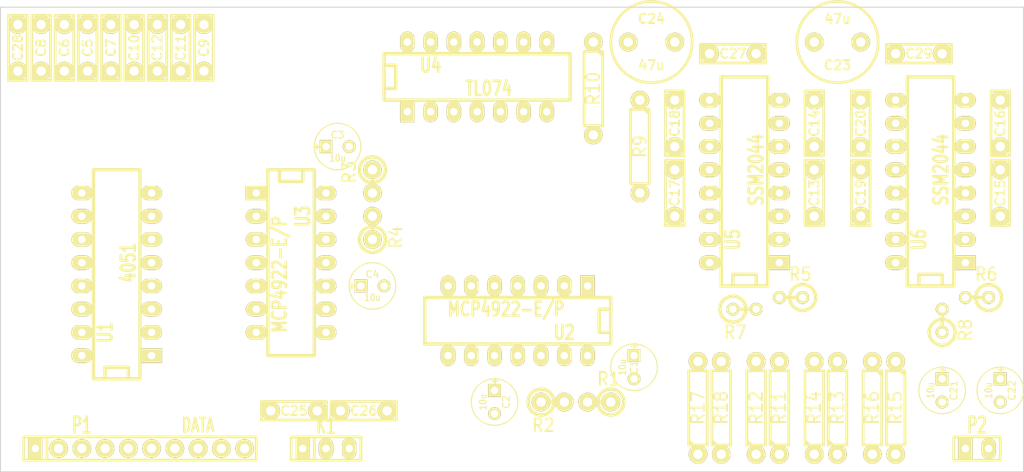
<source format=kicad_pcb>
(kicad_pcb (version 3) (host pcbnew "(2013-07-07 BZR 4022)-stable")

  (general
    (links 132)
    (no_connects 132)
    (area 30.429999 21.539999 142.290001 72.440001)
    (thickness 1.6)
    (drawings 4)
    (tracks 0)
    (zones 0)
    (modules 56)
    (nets 62)
  )

  (page User 159.995 119.99)
  (title_block 
    (title "Overcycler voice board")
    (rev 1)
    (company "GliGli's DIY")
  )

  (layers
    (15 F.Cu signal)
    (0 B.Cu signal)
    (21 F.SilkS user)
    (26 Eco1.User user)
    (28 Edge.Cuts user)
  )

  (setup
    (last_trace_width 0.762)
    (user_trace_width 0.762)
    (user_trace_width 1.27)
    (trace_clearance 0.508)
    (zone_clearance 0.508)
    (zone_45_only no)
    (trace_min 0.254)
    (segment_width 0.2)
    (edge_width 0.1)
    (via_size 2.032)
    (via_drill 0.508)
    (via_min_size 0.889)
    (via_min_drill 0.508)
    (uvia_size 0.000025)
    (uvia_drill 0)
    (uvias_allowed no)
    (uvia_min_size 0)
    (uvia_min_drill 0)
    (pcb_text_width 0.3)
    (pcb_text_size 1.5 1.5)
    (mod_edge_width 0.15)
    (mod_text_size 1 1)
    (mod_text_width 0.15)
    (pad_size 1.5748 2.286)
    (pad_drill 0.8128)
    (pad_to_mask_clearance 0)
    (aux_axis_origin 17.2466 21.59)
    (visible_elements 7FFFFFFF)
    (pcbplotparams
      (layerselection 3178497)
      (usegerberextensions true)
      (excludeedgelayer true)
      (linewidth 0.150000)
      (plotframeref false)
      (viasonmask false)
      (mode 1)
      (useauxorigin false)
      (hpglpennumber 1)
      (hpglpenspeed 20)
      (hpglpendiameter 15)
      (hpglpenoverlay 2)
      (psnegative false)
      (psa4output false)
      (plotreference true)
      (plotvalue true)
      (plotothertext true)
      (plotinvisibletext false)
      (padsonsilk false)
      (subtractmaskfromsilk false)
      (outputformat 1)
      (mirror false)
      (drillshape 1)
      (scaleselection 1)
      (outputdirectory ""))
  )

  (net 0 "")
  (net 1 +5V)
  (net 2 -5V)
  (net 3 //CS)
  (net 4 //LDAC_A)
  (net 5 //LDAC_B)
  (net 6 /OUT_A)
  (net 7 /OUT_B)
  (net 8 /SCK)
  (net 9 /SDI)
  (net 10 GND)
  (net 11 N-000001)
  (net 12 N-0000010)
  (net 13 N-0000011)
  (net 14 N-0000012)
  (net 15 N-0000013)
  (net 16 N-0000014)
  (net 17 N-0000015)
  (net 18 N-0000016)
  (net 19 N-0000017)
  (net 20 N-0000018)
  (net 21 N-0000019)
  (net 22 N-000002)
  (net 23 N-0000020)
  (net 24 N-0000021)
  (net 25 N-0000022)
  (net 26 N-0000023)
  (net 27 N-0000024)
  (net 28 N-0000025)
  (net 29 N-0000026)
  (net 30 N-0000027)
  (net 31 N-0000028)
  (net 32 N-0000029)
  (net 33 N-000003)
  (net 34 N-0000030)
  (net 35 N-0000035)
  (net 36 N-0000038)
  (net 37 N-0000039)
  (net 38 N-000004)
  (net 39 N-0000040)
  (net 40 N-0000041)
  (net 41 N-0000042)
  (net 42 N-0000043)
  (net 43 N-0000044)
  (net 44 N-0000045)
  (net 45 N-0000046)
  (net 46 N-0000047)
  (net 47 N-0000049)
  (net 48 N-000005)
  (net 49 N-0000050)
  (net 50 N-0000055)
  (net 51 N-0000058)
  (net 52 N-0000059)
  (net 53 N-000006)
  (net 54 N-0000060)
  (net 55 N-0000061)
  (net 56 N-0000062)
  (net 57 N-0000063)
  (net 58 N-0000067)
  (net 59 N-000007)
  (net 60 N-000008)
  (net 61 N-000009)

  (net_class Default "This is the default net class."
    (clearance 0.508)
    (trace_width 0.762)
    (via_dia 2.032)
    (via_drill 0.508)
    (uvia_dia 0.000025)
    (uvia_drill 0)
    (add_net "")
    (add_net +5V)
    (add_net -5V)
    (add_net //CS)
    (add_net //LDAC_A)
    (add_net //LDAC_B)
    (add_net /OUT_A)
    (add_net /OUT_B)
    (add_net /SCK)
    (add_net /SDI)
    (add_net N-000001)
    (add_net N-0000010)
    (add_net N-0000011)
    (add_net N-0000012)
    (add_net N-0000013)
    (add_net N-0000014)
    (add_net N-0000015)
    (add_net N-0000016)
    (add_net N-0000017)
    (add_net N-0000018)
    (add_net N-0000019)
    (add_net N-000002)
    (add_net N-0000020)
    (add_net N-0000021)
    (add_net N-0000022)
    (add_net N-0000023)
    (add_net N-0000024)
    (add_net N-0000025)
    (add_net N-0000026)
    (add_net N-0000027)
    (add_net N-0000028)
    (add_net N-0000029)
    (add_net N-000003)
    (add_net N-0000030)
    (add_net N-0000035)
    (add_net N-0000038)
    (add_net N-0000039)
    (add_net N-000004)
    (add_net N-0000040)
    (add_net N-0000041)
    (add_net N-0000042)
    (add_net N-0000043)
    (add_net N-0000044)
    (add_net N-0000045)
    (add_net N-0000046)
    (add_net N-0000047)
    (add_net N-0000049)
    (add_net N-000005)
    (add_net N-0000050)
    (add_net N-0000055)
    (add_net N-0000058)
    (add_net N-0000059)
    (add_net N-000006)
    (add_net N-0000060)
    (add_net N-0000061)
    (add_net N-0000062)
    (add_net N-0000063)
    (add_net N-0000067)
    (add_net N-000007)
    (add_net N-000008)
    (add_net N-000009)
  )

  (net_class pwr ""
    (clearance 0.508)
    (trace_width 1.27)
    (via_dia 2.032)
    (via_drill 0.508)
    (uvia_dia 0.000025)
    (uvia_drill 0)
    (add_net GND)
  )

  (module SIL-3 (layer F.Cu) (tedit 5208AF2D) (tstamp 5208DC68)
    (at 66.04 69.85)
    (descr "Connecteur 3 pins")
    (tags "CONN DEV")
    (path /5208B654)
    (fp_text reference K1 (at 0 -2.54) (layer F.SilkS)
      (effects (font (size 1.7907 1.07696) (thickness 0.3048)))
    )
    (fp_text value PWR (at 0 -2.54) (layer F.SilkS) hide
      (effects (font (size 1.524 1.016) (thickness 0.3048)))
    )
    (fp_line (start -3.81 1.27) (end -3.81 -1.27) (layer F.SilkS) (width 0.3048))
    (fp_line (start -3.81 -1.27) (end 3.81 -1.27) (layer F.SilkS) (width 0.3048))
    (fp_line (start 3.81 -1.27) (end 3.81 1.27) (layer F.SilkS) (width 0.3048))
    (fp_line (start 3.81 1.27) (end -3.81 1.27) (layer F.SilkS) (width 0.3048))
    (fp_line (start -1.27 -1.27) (end -1.27 1.27) (layer F.SilkS) (width 0.3048))
    (pad 1 thru_hole rect (at -2.54 0) (size 1.5748 2.286) (drill 0.8128)
      (layers *.Cu *.Mask F.SilkS)
      (net 1 +5V)
    )
    (pad 2 thru_hole oval (at 0 0) (size 1.5748 2.286) (drill 0.8128)
      (layers *.Cu *.Mask F.SilkS)
      (net 10 GND)
    )
    (pad 3 thru_hole oval (at 2.54 0) (size 1.5748 2.286) (drill 0.8128)
      (layers *.Cu *.Mask F.SilkS)
      (net 2 -5V)
    )
  )

  (module SIL-2 (layer F.Cu) (tedit 5208AF39) (tstamp 5208A7DD)
    (at 137.16 69.85)
    (descr "Connecteurs 2 pins")
    (tags "CONN DEV")
    (path /5208B645)
    (fp_text reference P2 (at 0 -2.54) (layer F.SilkS)
      (effects (font (size 1.72974 1.08712) (thickness 0.3048)))
    )
    (fp_text value OUT (at 0 -2.54) (layer F.SilkS) hide
      (effects (font (size 1.524 1.016) (thickness 0.3048)))
    )
    (fp_line (start -2.54 1.27) (end -2.54 -1.27) (layer F.SilkS) (width 0.3048))
    (fp_line (start -2.54 -1.27) (end 2.54 -1.27) (layer F.SilkS) (width 0.3048))
    (fp_line (start 2.54 -1.27) (end 2.54 1.27) (layer F.SilkS) (width 0.3048))
    (fp_line (start 2.54 1.27) (end -2.54 1.27) (layer F.SilkS) (width 0.3048))
    (pad 1 thru_hole rect (at -1.27 0) (size 1.5748 2.286) (drill 0.8128)
      (layers *.Cu *.Mask F.SilkS)
      (net 6 /OUT_A)
    )
    (pad 2 thru_hole oval (at 1.27 0) (size 1.5748 2.286) (drill 0.8128)
      (layers *.Cu *.Mask F.SilkS)
      (net 7 /OUT_B)
    )
  )

  (module R4-LARGE_PADS (layer F.Cu) (tedit 47E2673E) (tstamp 5208A7F9)
    (at 113.03 65.405 90)
    (descr "Resitance 4 pas")
    (tags R)
    (path /5208A173)
    (autoplace_cost180 10)
    (fp_text reference R12 (at 0 0 90) (layer F.SilkS)
      (effects (font (size 1.397 1.27) (thickness 0.2032)))
    )
    (fp_text value 470 (at 0 0 90) (layer F.SilkS) hide
      (effects (font (size 1.397 1.27) (thickness 0.2032)))
    )
    (fp_line (start -5.08 0) (end -4.064 0) (layer F.SilkS) (width 0.3048))
    (fp_line (start -4.064 0) (end -4.064 -1.016) (layer F.SilkS) (width 0.3048))
    (fp_line (start -4.064 -1.016) (end 4.064 -1.016) (layer F.SilkS) (width 0.3048))
    (fp_line (start 4.064 -1.016) (end 4.064 1.016) (layer F.SilkS) (width 0.3048))
    (fp_line (start 4.064 1.016) (end -4.064 1.016) (layer F.SilkS) (width 0.3048))
    (fp_line (start -4.064 1.016) (end -4.064 0) (layer F.SilkS) (width 0.3048))
    (fp_line (start -4.064 -0.508) (end -3.556 -1.016) (layer F.SilkS) (width 0.3048))
    (fp_line (start 5.08 0) (end 4.064 0) (layer F.SilkS) (width 0.3048))
    (pad 1 thru_hole circle (at -5.08 0 90) (size 2.032 2.032) (drill 1.016)
      (layers *.Cu *.Mask F.SilkS)
      (net 10 GND)
    )
    (pad 2 thru_hole circle (at 5.08 0 90) (size 2.032 2.032) (drill 1.016)
      (layers *.Cu *.Mask F.SilkS)
      (net 44 N-0000045)
    )
    (model discret/resistor.wrl
      (at (xyz 0 0 0))
      (scale (xyz 0.4 0.4 0.4))
      (rotate (xyz 0 0 0))
    )
  )

  (module R4-LARGE_PADS (layer F.Cu) (tedit 5208B15C) (tstamp 5208A807)
    (at 115.57 65.405 90)
    (descr "Resitance 4 pas")
    (tags R)
    (path /5208A167)
    (autoplace_cost180 10)
    (fp_text reference R11 (at 0 0 90) (layer F.SilkS)
      (effects (font (size 1.397 1.27) (thickness 0.2032)))
    )
    (fp_text value 220 (at 0 0 90) (layer F.SilkS) hide
      (effects (font (size 1.397 1.27) (thickness 0.2032)))
    )
    (fp_line (start -5.08 0) (end -4.064 0) (layer F.SilkS) (width 0.3048))
    (fp_line (start -4.064 0) (end -4.064 -1.016) (layer F.SilkS) (width 0.3048))
    (fp_line (start -4.064 -1.016) (end 4.064 -1.016) (layer F.SilkS) (width 0.3048))
    (fp_line (start 4.064 -1.016) (end 4.064 1.016) (layer F.SilkS) (width 0.3048))
    (fp_line (start 4.064 1.016) (end -4.064 1.016) (layer F.SilkS) (width 0.3048))
    (fp_line (start -4.064 1.016) (end -4.064 0) (layer F.SilkS) (width 0.3048))
    (fp_line (start -4.064 -0.508) (end -3.556 -1.016) (layer F.SilkS) (width 0.3048))
    (fp_line (start 5.08 0) (end 4.064 0) (layer F.SilkS) (width 0.3048))
    (pad 1 thru_hole circle (at -5.08 0 90) (size 2.032 2.032) (drill 1.016)
      (layers *.Cu *.Mask F.SilkS)
      (net 10 GND)
    )
    (pad 2 thru_hole circle (at 5.08 0 90) (size 2.032 2.032) (drill 1.016)
      (layers *.Cu *.Mask F.SilkS)
      (net 11 N-000001)
    )
    (model discret/resistor.wrl
      (at (xyz 0 0 0))
      (scale (xyz 0.4 0.4 0.4))
      (rotate (xyz 0 0 0))
    )
  )

  (module R4-LARGE_PADS (layer F.Cu) (tedit 47E2673E) (tstamp 5208A831)
    (at 100.33 36.83 270)
    (descr "Resitance 4 pas")
    (tags R)
    (path /5208A2A2)
    (autoplace_cost180 10)
    (fp_text reference R9 (at 0 0 270) (layer F.SilkS)
      (effects (font (size 1.397 1.27) (thickness 0.2032)))
    )
    (fp_text value 68k (at 0 0 270) (layer F.SilkS) hide
      (effects (font (size 1.397 1.27) (thickness 0.2032)))
    )
    (fp_line (start -5.08 0) (end -4.064 0) (layer F.SilkS) (width 0.3048))
    (fp_line (start -4.064 0) (end -4.064 -1.016) (layer F.SilkS) (width 0.3048))
    (fp_line (start -4.064 -1.016) (end 4.064 -1.016) (layer F.SilkS) (width 0.3048))
    (fp_line (start 4.064 -1.016) (end 4.064 1.016) (layer F.SilkS) (width 0.3048))
    (fp_line (start 4.064 1.016) (end -4.064 1.016) (layer F.SilkS) (width 0.3048))
    (fp_line (start -4.064 1.016) (end -4.064 0) (layer F.SilkS) (width 0.3048))
    (fp_line (start -4.064 -0.508) (end -3.556 -1.016) (layer F.SilkS) (width 0.3048))
    (fp_line (start 5.08 0) (end 4.064 0) (layer F.SilkS) (width 0.3048))
    (pad 1 thru_hole circle (at -5.08 0 270) (size 2.032 2.032) (drill 1.016)
      (layers *.Cu *.Mask F.SilkS)
      (net 18 N-0000016)
    )
    (pad 2 thru_hole circle (at 5.08 0 270) (size 2.032 2.032) (drill 1.016)
      (layers *.Cu *.Mask F.SilkS)
      (net 44 N-0000045)
    )
    (model discret/resistor.wrl
      (at (xyz 0 0 0))
      (scale (xyz 0.4 0.4 0.4))
      (rotate (xyz 0 0 0))
    )
  )

  (module R4-LARGE_PADS (layer F.Cu) (tedit 47E2673E) (tstamp 5208A83F)
    (at 95.25 30.48 270)
    (descr "Resitance 4 pas")
    (tags R)
    (path /5208A2A8)
    (autoplace_cost180 10)
    (fp_text reference R10 (at 0 0 270) (layer F.SilkS)
      (effects (font (size 1.397 1.27) (thickness 0.2032)))
    )
    (fp_text value 68k (at 0 0 270) (layer F.SilkS) hide
      (effects (font (size 1.397 1.27) (thickness 0.2032)))
    )
    (fp_line (start -5.08 0) (end -4.064 0) (layer F.SilkS) (width 0.3048))
    (fp_line (start -4.064 0) (end -4.064 -1.016) (layer F.SilkS) (width 0.3048))
    (fp_line (start -4.064 -1.016) (end 4.064 -1.016) (layer F.SilkS) (width 0.3048))
    (fp_line (start 4.064 -1.016) (end 4.064 1.016) (layer F.SilkS) (width 0.3048))
    (fp_line (start 4.064 1.016) (end -4.064 1.016) (layer F.SilkS) (width 0.3048))
    (fp_line (start -4.064 1.016) (end -4.064 0) (layer F.SilkS) (width 0.3048))
    (fp_line (start -4.064 -0.508) (end -3.556 -1.016) (layer F.SilkS) (width 0.3048))
    (fp_line (start 5.08 0) (end 4.064 0) (layer F.SilkS) (width 0.3048))
    (pad 1 thru_hole circle (at -5.08 0 270) (size 2.032 2.032) (drill 1.016)
      (layers *.Cu *.Mask F.SilkS)
      (net 42 N-0000043)
    )
    (pad 2 thru_hole circle (at 5.08 0 270) (size 2.032 2.032) (drill 1.016)
      (layers *.Cu *.Mask F.SilkS)
      (net 49 N-0000050)
    )
    (model discret/resistor.wrl
      (at (xyz 0 0 0))
      (scale (xyz 0.4 0.4 0.4))
      (rotate (xyz 0 0 0))
    )
  )

  (module R4-LARGE_PADS (layer F.Cu) (tedit 5208B223) (tstamp 5208A84D)
    (at 106.68 65.405 90)
    (descr "Resitance 4 pas")
    (tags R)
    (path /5208A2BA)
    (autoplace_cost180 10)
    (fp_text reference R17 (at 0 0 90) (layer F.SilkS)
      (effects (font (size 1.397 1.27) (thickness 0.2032)))
    )
    (fp_text value 18k (at 0 0 90) (layer F.SilkS) hide
      (effects (font (size 1.397 1.27) (thickness 0.2032)))
    )
    (fp_line (start -5.08 0) (end -4.064 0) (layer F.SilkS) (width 0.3048))
    (fp_line (start -4.064 0) (end -4.064 -1.016) (layer F.SilkS) (width 0.3048))
    (fp_line (start -4.064 -1.016) (end 4.064 -1.016) (layer F.SilkS) (width 0.3048))
    (fp_line (start 4.064 -1.016) (end 4.064 1.016) (layer F.SilkS) (width 0.3048))
    (fp_line (start 4.064 1.016) (end -4.064 1.016) (layer F.SilkS) (width 0.3048))
    (fp_line (start -4.064 1.016) (end -4.064 0) (layer F.SilkS) (width 0.3048))
    (fp_line (start -4.064 -0.508) (end -3.556 -1.016) (layer F.SilkS) (width 0.3048))
    (fp_line (start 5.08 0) (end 4.064 0) (layer F.SilkS) (width 0.3048))
    (pad 1 thru_hole circle (at -5.08 0 90) (size 2.032 2.032) (drill 1.016)
      (layers *.Cu *.Mask F.SilkS)
      (net 2 -5V)
    )
    (pad 2 thru_hole circle (at 5.08 0 90) (size 2.032 2.032) (drill 1.016)
      (layers *.Cu *.Mask F.SilkS)
      (net 44 N-0000045)
    )
    (model discret/resistor.wrl
      (at (xyz 0 0 0))
      (scale (xyz 0.4 0.4 0.4))
      (rotate (xyz 0 0 0))
    )
  )

  (module R4-LARGE_PADS (layer F.Cu) (tedit 47E2673E) (tstamp 5208A85B)
    (at 128.27 65.405 270)
    (descr "Resitance 4 pas")
    (tags R)
    (path /5208A2D0)
    (autoplace_cost180 10)
    (fp_text reference R15 (at 0 0 270) (layer F.SilkS)
      (effects (font (size 1.397 1.27) (thickness 0.2032)))
    )
    (fp_text value 2k2 (at 0 0 270) (layer F.SilkS) hide
      (effects (font (size 1.397 1.27) (thickness 0.2032)))
    )
    (fp_line (start -5.08 0) (end -4.064 0) (layer F.SilkS) (width 0.3048))
    (fp_line (start -4.064 0) (end -4.064 -1.016) (layer F.SilkS) (width 0.3048))
    (fp_line (start -4.064 -1.016) (end 4.064 -1.016) (layer F.SilkS) (width 0.3048))
    (fp_line (start 4.064 -1.016) (end 4.064 1.016) (layer F.SilkS) (width 0.3048))
    (fp_line (start 4.064 1.016) (end -4.064 1.016) (layer F.SilkS) (width 0.3048))
    (fp_line (start -4.064 1.016) (end -4.064 0) (layer F.SilkS) (width 0.3048))
    (fp_line (start -4.064 -0.508) (end -3.556 -1.016) (layer F.SilkS) (width 0.3048))
    (fp_line (start 5.08 0) (end 4.064 0) (layer F.SilkS) (width 0.3048))
    (pad 1 thru_hole circle (at -5.08 0 270) (size 2.032 2.032) (drill 1.016)
      (layers *.Cu *.Mask F.SilkS)
      (net 37 N-0000039)
    )
    (pad 2 thru_hole circle (at 5.08 0 270) (size 2.032 2.032) (drill 1.016)
      (layers *.Cu *.Mask F.SilkS)
      (net 10 GND)
    )
    (model discret/resistor.wrl
      (at (xyz 0 0 0))
      (scale (xyz 0.4 0.4 0.4))
      (rotate (xyz 0 0 0))
    )
  )

  (module R4-LARGE_PADS (layer F.Cu) (tedit 47E2673E) (tstamp 5208A869)
    (at 121.92 65.405 90)
    (descr "Resitance 4 pas")
    (tags R)
    (path /5208A2DA)
    (autoplace_cost180 10)
    (fp_text reference R13 (at 0 0 90) (layer F.SilkS)
      (effects (font (size 1.397 1.27) (thickness 0.2032)))
    )
    (fp_text value 220 (at 0 0 90) (layer F.SilkS) hide
      (effects (font (size 1.397 1.27) (thickness 0.2032)))
    )
    (fp_line (start -5.08 0) (end -4.064 0) (layer F.SilkS) (width 0.3048))
    (fp_line (start -4.064 0) (end -4.064 -1.016) (layer F.SilkS) (width 0.3048))
    (fp_line (start -4.064 -1.016) (end 4.064 -1.016) (layer F.SilkS) (width 0.3048))
    (fp_line (start 4.064 -1.016) (end 4.064 1.016) (layer F.SilkS) (width 0.3048))
    (fp_line (start 4.064 1.016) (end -4.064 1.016) (layer F.SilkS) (width 0.3048))
    (fp_line (start -4.064 1.016) (end -4.064 0) (layer F.SilkS) (width 0.3048))
    (fp_line (start -4.064 -0.508) (end -3.556 -1.016) (layer F.SilkS) (width 0.3048))
    (fp_line (start 5.08 0) (end 4.064 0) (layer F.SilkS) (width 0.3048))
    (pad 1 thru_hole circle (at -5.08 0 90) (size 2.032 2.032) (drill 1.016)
      (layers *.Cu *.Mask F.SilkS)
      (net 10 GND)
    )
    (pad 2 thru_hole circle (at 5.08 0 90) (size 2.032 2.032) (drill 1.016)
      (layers *.Cu *.Mask F.SilkS)
      (net 60 N-000008)
    )
    (model discret/resistor.wrl
      (at (xyz 0 0 0))
      (scale (xyz 0.4 0.4 0.4))
      (rotate (xyz 0 0 0))
    )
  )

  (module R4-LARGE_PADS (layer F.Cu) (tedit 47E2673E) (tstamp 5208A8BD)
    (at 119.38 65.405 90)
    (descr "Resitance 4 pas")
    (tags R)
    (path /5208A2E6)
    (autoplace_cost180 10)
    (fp_text reference R14 (at 0 0 90) (layer F.SilkS)
      (effects (font (size 1.397 1.27) (thickness 0.2032)))
    )
    (fp_text value 470 (at 0 0 90) (layer F.SilkS) hide
      (effects (font (size 1.397 1.27) (thickness 0.2032)))
    )
    (fp_line (start -5.08 0) (end -4.064 0) (layer F.SilkS) (width 0.3048))
    (fp_line (start -4.064 0) (end -4.064 -1.016) (layer F.SilkS) (width 0.3048))
    (fp_line (start -4.064 -1.016) (end 4.064 -1.016) (layer F.SilkS) (width 0.3048))
    (fp_line (start 4.064 -1.016) (end 4.064 1.016) (layer F.SilkS) (width 0.3048))
    (fp_line (start 4.064 1.016) (end -4.064 1.016) (layer F.SilkS) (width 0.3048))
    (fp_line (start -4.064 1.016) (end -4.064 0) (layer F.SilkS) (width 0.3048))
    (fp_line (start -4.064 -0.508) (end -3.556 -1.016) (layer F.SilkS) (width 0.3048))
    (fp_line (start 5.08 0) (end 4.064 0) (layer F.SilkS) (width 0.3048))
    (pad 1 thru_hole circle (at -5.08 0 90) (size 2.032 2.032) (drill 1.016)
      (layers *.Cu *.Mask F.SilkS)
      (net 10 GND)
    )
    (pad 2 thru_hole circle (at 5.08 0 90) (size 2.032 2.032) (drill 1.016)
      (layers *.Cu *.Mask F.SilkS)
      (net 49 N-0000050)
    )
    (model discret/resistor.wrl
      (at (xyz 0 0 0))
      (scale (xyz 0.4 0.4 0.4))
      (rotate (xyz 0 0 0))
    )
  )

  (module R4-LARGE_PADS (layer F.Cu) (tedit 47E2673E) (tstamp 5208A8CB)
    (at 109.22 65.405 90)
    (descr "Resitance 4 pas")
    (tags R)
    (path /5208A2F5)
    (autoplace_cost180 10)
    (fp_text reference R18 (at 0 0 90) (layer F.SilkS)
      (effects (font (size 1.397 1.27) (thickness 0.2032)))
    )
    (fp_text value 18k (at 0 0 90) (layer F.SilkS) hide
      (effects (font (size 1.397 1.27) (thickness 0.2032)))
    )
    (fp_line (start -5.08 0) (end -4.064 0) (layer F.SilkS) (width 0.3048))
    (fp_line (start -4.064 0) (end -4.064 -1.016) (layer F.SilkS) (width 0.3048))
    (fp_line (start -4.064 -1.016) (end 4.064 -1.016) (layer F.SilkS) (width 0.3048))
    (fp_line (start 4.064 -1.016) (end 4.064 1.016) (layer F.SilkS) (width 0.3048))
    (fp_line (start 4.064 1.016) (end -4.064 1.016) (layer F.SilkS) (width 0.3048))
    (fp_line (start -4.064 1.016) (end -4.064 0) (layer F.SilkS) (width 0.3048))
    (fp_line (start -4.064 -0.508) (end -3.556 -1.016) (layer F.SilkS) (width 0.3048))
    (fp_line (start 5.08 0) (end 4.064 0) (layer F.SilkS) (width 0.3048))
    (pad 1 thru_hole circle (at -5.08 0 90) (size 2.032 2.032) (drill 1.016)
      (layers *.Cu *.Mask F.SilkS)
      (net 2 -5V)
    )
    (pad 2 thru_hole circle (at 5.08 0 90) (size 2.032 2.032) (drill 1.016)
      (layers *.Cu *.Mask F.SilkS)
      (net 49 N-0000050)
    )
    (model discret/resistor.wrl
      (at (xyz 0 0 0))
      (scale (xyz 0.4 0.4 0.4))
      (rotate (xyz 0 0 0))
    )
  )

  (module R4-LARGE_PADS (layer F.Cu) (tedit 47E2673E) (tstamp 5208A8D9)
    (at 125.73 65.405 270)
    (descr "Resitance 4 pas")
    (tags R)
    (path /5208A30A)
    (autoplace_cost180 10)
    (fp_text reference R16 (at 0 0 270) (layer F.SilkS)
      (effects (font (size 1.397 1.27) (thickness 0.2032)))
    )
    (fp_text value 2k2 (at 0 0 270) (layer F.SilkS) hide
      (effects (font (size 1.397 1.27) (thickness 0.2032)))
    )
    (fp_line (start -5.08 0) (end -4.064 0) (layer F.SilkS) (width 0.3048))
    (fp_line (start -4.064 0) (end -4.064 -1.016) (layer F.SilkS) (width 0.3048))
    (fp_line (start -4.064 -1.016) (end 4.064 -1.016) (layer F.SilkS) (width 0.3048))
    (fp_line (start 4.064 -1.016) (end 4.064 1.016) (layer F.SilkS) (width 0.3048))
    (fp_line (start 4.064 1.016) (end -4.064 1.016) (layer F.SilkS) (width 0.3048))
    (fp_line (start -4.064 1.016) (end -4.064 0) (layer F.SilkS) (width 0.3048))
    (fp_line (start -4.064 -0.508) (end -3.556 -1.016) (layer F.SilkS) (width 0.3048))
    (fp_line (start 5.08 0) (end 4.064 0) (layer F.SilkS) (width 0.3048))
    (pad 1 thru_hole circle (at -5.08 0 270) (size 2.032 2.032) (drill 1.016)
      (layers *.Cu *.Mask F.SilkS)
      (net 36 N-0000038)
    )
    (pad 2 thru_hole circle (at 5.08 0 270) (size 2.032 2.032) (drill 1.016)
      (layers *.Cu *.Mask F.SilkS)
      (net 10 GND)
    )
    (model discret/resistor.wrl
      (at (xyz 0 0 0))
      (scale (xyz 0.4 0.4 0.4))
      (rotate (xyz 0 0 0))
    )
  )

  (module DIP-16__300_ELL (layer F.Cu) (tedit 200000) (tstamp 5208B6E2)
    (at 111.76 40.64 90)
    (descr "16 pins DIL package, elliptical pads")
    (tags DIL)
    (path /5208A055)
    (fp_text reference U5 (at -6.35 -1.27 90) (layer F.SilkS)
      (effects (font (size 1.524 1.143) (thickness 0.3048)))
    )
    (fp_text value SSM2044 (at 1.27 1.27 90) (layer F.SilkS)
      (effects (font (size 1.524 1.143) (thickness 0.3048)))
    )
    (fp_line (start -11.43 -1.27) (end -11.43 -1.27) (layer F.SilkS) (width 0.381))
    (fp_line (start -11.43 -1.27) (end -10.16 -1.27) (layer F.SilkS) (width 0.381))
    (fp_line (start -10.16 -1.27) (end -10.16 1.27) (layer F.SilkS) (width 0.381))
    (fp_line (start -10.16 1.27) (end -11.43 1.27) (layer F.SilkS) (width 0.381))
    (fp_line (start -11.43 -2.54) (end 11.43 -2.54) (layer F.SilkS) (width 0.381))
    (fp_line (start 11.43 -2.54) (end 11.43 2.54) (layer F.SilkS) (width 0.381))
    (fp_line (start 11.43 2.54) (end -11.43 2.54) (layer F.SilkS) (width 0.381))
    (fp_line (start -11.43 2.54) (end -11.43 -2.54) (layer F.SilkS) (width 0.381))
    (pad 1 thru_hole rect (at -8.89 3.81 90) (size 1.5748 2.286) (drill 0.8128)
      (layers *.Cu *.Mask F.SilkS)
      (net 34 N-0000030)
    )
    (pad 2 thru_hole oval (at -6.35 3.81 90) (size 1.5748 2.286) (drill 0.8128)
      (layers *.Cu *.Mask F.SilkS)
      (net 13 N-0000011)
    )
    (pad 3 thru_hole oval (at -3.81 3.81 90) (size 1.5748 2.286) (drill 0.8128)
      (layers *.Cu *.Mask F.SilkS)
      (net 37 N-0000039)
    )
    (pad 4 thru_hole oval (at -1.27 3.81 90) (size 1.5748 2.286) (drill 0.8128)
      (layers *.Cu *.Mask F.SilkS)
      (net 22 N-000002)
    )
    (pad 5 thru_hole oval (at 1.27 3.81 90) (size 1.5748 2.286) (drill 0.8128)
      (layers *.Cu *.Mask F.SilkS)
      (net 29 N-0000026)
    )
    (pad 6 thru_hole oval (at 3.81 3.81 90) (size 1.5748 2.286) (drill 0.8128)
      (layers *.Cu *.Mask F.SilkS)
      (net 27 N-0000024)
    )
    (pad 7 thru_hole oval (at 6.35 3.81 90) (size 1.5748 2.286) (drill 0.8128)
      (layers *.Cu *.Mask F.SilkS)
      (net 28 N-0000025)
    )
    (pad 8 thru_hole oval (at 8.89 3.81 90) (size 1.5748 2.286) (drill 0.8128)
      (layers *.Cu *.Mask F.SilkS)
      (net 10 GND)
    )
    (pad 9 thru_hole oval (at 8.89 -3.81 90) (size 1.5748 2.286) (drill 0.8128)
      (layers *.Cu *.Mask F.SilkS)
      (net 2 -5V)
    )
    (pad 10 thru_hole oval (at 6.35 -3.81 90) (size 1.5748 2.286) (drill 0.8128)
      (layers *.Cu *.Mask F.SilkS)
      (net 32 N-0000029)
    )
    (pad 11 thru_hole oval (at 3.81 -3.81 90) (size 1.5748 2.286) (drill 0.8128)
      (layers *.Cu *.Mask F.SilkS)
      (net 31 N-0000028)
    )
    (pad 12 thru_hole oval (at 1.27 -3.81 90) (size 1.5748 2.286) (drill 0.8128)
      (layers *.Cu *.Mask F.SilkS)
      (net 30 N-0000027)
    )
    (pad 13 thru_hole oval (at -1.27 -3.81 90) (size 1.5748 2.286) (drill 0.8128)
      (layers *.Cu *.Mask F.SilkS)
      (net 44 N-0000045)
    )
    (pad 14 thru_hole oval (at -3.81 -3.81 90) (size 1.5748 2.286) (drill 0.8128)
      (layers *.Cu *.Mask F.SilkS)
      (net 26 N-0000023)
    )
    (pad 15 thru_hole oval (at -6.35 -3.81 90) (size 1.5748 2.286) (drill 0.8128)
      (layers *.Cu *.Mask F.SilkS)
      (net 11 N-000001)
    )
    (pad 16 thru_hole oval (at -8.89 -3.81 90) (size 1.5748 2.286) (drill 0.8128)
      (layers *.Cu *.Mask F.SilkS)
      (net 1 +5V)
    )
    (model dil/dil_16.wrl
      (at (xyz 0 0 0))
      (scale (xyz 1 1 1))
      (rotate (xyz 0 0 0))
    )
  )

  (module DIP-16__300_ELL (layer F.Cu) (tedit 520A1E01) (tstamp 5208A911)
    (at 132.08 40.64 90)
    (descr "16 pins DIL package, elliptical pads")
    (tags DIL)
    (path /5208A179)
    (fp_text reference U6 (at -6.35 -1.27 90) (layer F.SilkS)
      (effects (font (size 1.524 1.143) (thickness 0.3048)))
    )
    (fp_text value SSM2044 (at 1.27 1.143 90) (layer F.SilkS)
      (effects (font (size 1.524 1.143) (thickness 0.3048)))
    )
    (fp_line (start -11.43 -1.27) (end -11.43 -1.27) (layer F.SilkS) (width 0.381))
    (fp_line (start -11.43 -1.27) (end -10.16 -1.27) (layer F.SilkS) (width 0.381))
    (fp_line (start -10.16 -1.27) (end -10.16 1.27) (layer F.SilkS) (width 0.381))
    (fp_line (start -10.16 1.27) (end -11.43 1.27) (layer F.SilkS) (width 0.381))
    (fp_line (start -11.43 -2.54) (end 11.43 -2.54) (layer F.SilkS) (width 0.381))
    (fp_line (start 11.43 -2.54) (end 11.43 2.54) (layer F.SilkS) (width 0.381))
    (fp_line (start 11.43 2.54) (end -11.43 2.54) (layer F.SilkS) (width 0.381))
    (fp_line (start -11.43 2.54) (end -11.43 -2.54) (layer F.SilkS) (width 0.381))
    (pad 1 thru_hole rect (at -8.89 3.81 90) (size 1.5748 2.286) (drill 0.8128)
      (layers *.Cu *.Mask F.SilkS)
      (net 45 N-0000046)
    )
    (pad 2 thru_hole oval (at -6.35 3.81 90) (size 1.5748 2.286) (drill 0.8128)
      (layers *.Cu *.Mask F.SilkS)
      (net 43 N-0000044)
    )
    (pad 3 thru_hole oval (at -3.81 3.81 90) (size 1.5748 2.286) (drill 0.8128)
      (layers *.Cu *.Mask F.SilkS)
      (net 36 N-0000038)
    )
    (pad 4 thru_hole oval (at -1.27 3.81 90) (size 1.5748 2.286) (drill 0.8128)
      (layers *.Cu *.Mask F.SilkS)
      (net 12 N-0000010)
    )
    (pad 5 thru_hole oval (at 1.27 3.81 90) (size 1.5748 2.286) (drill 0.8128)
      (layers *.Cu *.Mask F.SilkS)
      (net 15 N-0000013)
    )
    (pad 6 thru_hole oval (at 3.81 3.81 90) (size 1.5748 2.286) (drill 0.8128)
      (layers *.Cu *.Mask F.SilkS)
      (net 16 N-0000014)
    )
    (pad 7 thru_hole oval (at 6.35 3.81 90) (size 1.5748 2.286) (drill 0.8128)
      (layers *.Cu *.Mask F.SilkS)
      (net 14 N-0000012)
    )
    (pad 8 thru_hole oval (at 8.89 3.81 90) (size 1.5748 2.286) (drill 0.8128)
      (layers *.Cu *.Mask F.SilkS)
      (net 10 GND)
    )
    (pad 9 thru_hole oval (at 8.89 -3.81 90) (size 1.5748 2.286) (drill 0.8128)
      (layers *.Cu *.Mask F.SilkS)
      (net 2 -5V)
    )
    (pad 10 thru_hole oval (at 6.35 -3.81 90) (size 1.5748 2.286) (drill 0.8128)
      (layers *.Cu *.Mask F.SilkS)
      (net 53 N-000006)
    )
    (pad 11 thru_hole oval (at 3.81 -3.81 90) (size 1.5748 2.286) (drill 0.8128)
      (layers *.Cu *.Mask F.SilkS)
      (net 48 N-000005)
    )
    (pad 12 thru_hole oval (at 1.27 -3.81 90) (size 1.5748 2.286) (drill 0.8128)
      (layers *.Cu *.Mask F.SilkS)
      (net 61 N-000009)
    )
    (pad 13 thru_hole oval (at -1.27 -3.81 90) (size 1.5748 2.286) (drill 0.8128)
      (layers *.Cu *.Mask F.SilkS)
      (net 49 N-0000050)
    )
    (pad 14 thru_hole oval (at -3.81 -3.81 90) (size 1.5748 2.286) (drill 0.8128)
      (layers *.Cu *.Mask F.SilkS)
      (net 59 N-000007)
    )
    (pad 15 thru_hole oval (at -6.35 -3.81 90) (size 1.5748 2.286) (drill 0.8128)
      (layers *.Cu *.Mask F.SilkS)
      (net 60 N-000008)
    )
    (pad 16 thru_hole oval (at -8.89 -3.81 90) (size 1.5748 2.286) (drill 0.8128)
      (layers *.Cu *.Mask F.SilkS)
      (net 1 +5V)
    )
    (model dil/dil_16.wrl
      (at (xyz 0 0 0))
      (scale (xyz 1 1 1))
      (rotate (xyz 0 0 0))
    )
  )

  (module C2V8 (layer F.Cu) (tedit 5208B204) (tstamp 5208C843)
    (at 101.6 25.4 180)
    (descr "Condensateur polarise")
    (tags CP)
    (path /5208A5B0)
    (fp_text reference C24 (at 0 2.54 180) (layer F.SilkS)
      (effects (font (size 1.016 1.016) (thickness 0.2032)))
    )
    (fp_text value 47u (at 0 -2.54 180) (layer F.SilkS)
      (effects (font (size 1.016 1.016) (thickness 0.2032)))
    )
    (fp_circle (center 0 0) (end -4.445 0) (layer F.SilkS) (width 0.3048))
    (pad 1 thru_hole circle (at -2.54 0 180) (size 2.032 2.032) (drill 1.016)
      (layers *.Cu *.Mask F.SilkS)
      (net 10 GND)
    )
    (pad 2 thru_hole circle (at 2.54 0 180) (size 2.032 2.032) (drill 1.016)
      (layers *.Cu *.Mask F.SilkS)
      (net 2 -5V)
    )
    (model discret/c_vert_c2v10.wrl
      (at (xyz 0 0 0))
      (scale (xyz 1 1 1))
      (rotate (xyz 0 0 0))
    )
  )

  (module C2V8 (layer F.Cu) (tedit 5208CA66) (tstamp 5208CA67)
    (at 121.92 25.4)
    (descr "Condensateur polarise")
    (tags CP)
    (path /5208A5A1)
    (fp_text reference C23 (at 0 2.54) (layer F.SilkS)
      (effects (font (size 1.016 1.016) (thickness 0.2032)))
    )
    (fp_text value 47u (at 0 -2.54) (layer F.SilkS)
      (effects (font (size 1.016 1.016) (thickness 0.2032)))
    )
    (fp_circle (center 0 0) (end -4.445 0) (layer F.SilkS) (width 0.3048))
    (pad 1 thru_hole circle (at -2.54 0) (size 2.032 2.032) (drill 1.016)
      (layers *.Cu *.Mask F.SilkS)
      (net 1 +5V)
    )
    (pad 2 thru_hole circle (at 2.54 0) (size 2.032 2.032) (drill 1.016)
      (layers *.Cu *.Mask F.SilkS)
      (net 10 GND)
    )
    (model discret/c_vert_c2v10.wrl
      (at (xyz 0 0 0))
      (scale (xyz 1 1 1))
      (rotate (xyz 0 0 0))
    )
  )

  (module C2 (layer F.Cu) (tedit 5208B119) (tstamp 5208B432)
    (at 119.38 41.91 90)
    (descr "Condensateur = 2 pas")
    (tags C)
    (path /5208A161)
    (fp_text reference C13 (at 0 0 90) (layer F.SilkS)
      (effects (font (size 1.016 1.016) (thickness 0.2032)))
    )
    (fp_text value 820p (at 0 0 90) (layer F.SilkS) hide
      (effects (font (size 1.016 1.016) (thickness 0.2032)))
    )
    (fp_line (start -3.556 -1.016) (end 3.556 -1.016) (layer F.SilkS) (width 0.3048))
    (fp_line (start 3.556 -1.016) (end 3.556 1.016) (layer F.SilkS) (width 0.3048))
    (fp_line (start 3.556 1.016) (end -3.556 1.016) (layer F.SilkS) (width 0.3048))
    (fp_line (start -3.556 1.016) (end -3.556 -1.016) (layer F.SilkS) (width 0.3048))
    (fp_line (start -3.556 -0.508) (end -3.048 -1.016) (layer F.SilkS) (width 0.3048))
    (pad 1 thru_hole circle (at -2.54 0 90) (size 2.032 2.032) (drill 1.016)
      (layers *.Cu *.Mask F.SilkS)
      (net 22 N-000002)
    )
    (pad 2 thru_hole circle (at 2.54 0 90) (size 2.032 2.032) (drill 1.016)
      (layers *.Cu *.Mask F.SilkS)
      (net 29 N-0000026)
    )
    (model discret/capa_2pas_5x5mm.wrl
      (at (xyz 0 0 0))
      (scale (xyz 1 1 1))
      (rotate (xyz 0 0 0))
    )
  )

  (module C2 (layer F.Cu) (tedit 5208AF1D) (tstamp 5208A9F4)
    (at 104.14 34.29 270)
    (descr "Condensateur = 2 pas")
    (tags C)
    (path /5208A14F)
    (fp_text reference C18 (at 0 0 270) (layer F.SilkS)
      (effects (font (size 1.016 1.016) (thickness 0.2032)))
    )
    (fp_text value 10n (at 0 0 270) (layer F.SilkS) hide
      (effects (font (size 1.016 1.016) (thickness 0.2032)))
    )
    (fp_line (start -3.556 -1.016) (end 3.556 -1.016) (layer F.SilkS) (width 0.3048))
    (fp_line (start 3.556 -1.016) (end 3.556 1.016) (layer F.SilkS) (width 0.3048))
    (fp_line (start 3.556 1.016) (end -3.556 1.016) (layer F.SilkS) (width 0.3048))
    (fp_line (start -3.556 1.016) (end -3.556 -1.016) (layer F.SilkS) (width 0.3048))
    (fp_line (start -3.556 -0.508) (end -3.048 -1.016) (layer F.SilkS) (width 0.3048))
    (pad 1 thru_hole circle (at -2.54 0 270) (size 2.032 2.032) (drill 1.016)
      (layers *.Cu *.Mask F.SilkS)
      (net 32 N-0000029)
    )
    (pad 2 thru_hole circle (at 2.54 0 270) (size 2.032 2.032) (drill 1.016)
      (layers *.Cu *.Mask F.SilkS)
      (net 31 N-0000028)
    )
    (model discret/capa_2pas_5x5mm.wrl
      (at (xyz 0 0 0))
      (scale (xyz 1 1 1))
      (rotate (xyz 0 0 0))
    )
  )

  (module C2 (layer F.Cu) (tedit 200000) (tstamp 5208A9FF)
    (at 104.14 41.91 270)
    (descr "Condensateur = 2 pas")
    (tags C)
    (path /5208A155)
    (fp_text reference C17 (at 0 0 270) (layer F.SilkS)
      (effects (font (size 1.016 1.016) (thickness 0.2032)))
    )
    (fp_text value 10n (at 0 0 270) (layer F.SilkS) hide
      (effects (font (size 1.016 1.016) (thickness 0.2032)))
    )
    (fp_line (start -3.556 -1.016) (end 3.556 -1.016) (layer F.SilkS) (width 0.3048))
    (fp_line (start 3.556 -1.016) (end 3.556 1.016) (layer F.SilkS) (width 0.3048))
    (fp_line (start 3.556 1.016) (end -3.556 1.016) (layer F.SilkS) (width 0.3048))
    (fp_line (start -3.556 1.016) (end -3.556 -1.016) (layer F.SilkS) (width 0.3048))
    (fp_line (start -3.556 -0.508) (end -3.048 -1.016) (layer F.SilkS) (width 0.3048))
    (pad 1 thru_hole circle (at -2.54 0 270) (size 2.032 2.032) (drill 1.016)
      (layers *.Cu *.Mask F.SilkS)
      (net 30 N-0000027)
    )
    (pad 2 thru_hole circle (at 2.54 0 270) (size 2.032 2.032) (drill 1.016)
      (layers *.Cu *.Mask F.SilkS)
      (net 26 N-0000023)
    )
    (model discret/capa_2pas_5x5mm.wrl
      (at (xyz 0 0 0))
      (scale (xyz 1 1 1))
      (rotate (xyz 0 0 0))
    )
  )

  (module C2 (layer F.Cu) (tedit 200000) (tstamp 5208AA0A)
    (at 119.38 34.29 90)
    (descr "Condensateur = 2 pas")
    (tags C)
    (path /5208A15B)
    (fp_text reference C14 (at 0 0 90) (layer F.SilkS)
      (effects (font (size 1.016 1.016) (thickness 0.2032)))
    )
    (fp_text value 10n (at 0 0 90) (layer F.SilkS) hide
      (effects (font (size 1.016 1.016) (thickness 0.2032)))
    )
    (fp_line (start -3.556 -1.016) (end 3.556 -1.016) (layer F.SilkS) (width 0.3048))
    (fp_line (start 3.556 -1.016) (end 3.556 1.016) (layer F.SilkS) (width 0.3048))
    (fp_line (start 3.556 1.016) (end -3.556 1.016) (layer F.SilkS) (width 0.3048))
    (fp_line (start -3.556 1.016) (end -3.556 -1.016) (layer F.SilkS) (width 0.3048))
    (fp_line (start -3.556 -0.508) (end -3.048 -1.016) (layer F.SilkS) (width 0.3048))
    (pad 1 thru_hole circle (at -2.54 0 90) (size 2.032 2.032) (drill 1.016)
      (layers *.Cu *.Mask F.SilkS)
      (net 27 N-0000024)
    )
    (pad 2 thru_hole circle (at 2.54 0 90) (size 2.032 2.032) (drill 1.016)
      (layers *.Cu *.Mask F.SilkS)
      (net 28 N-0000025)
    )
    (model discret/capa_2pas_5x5mm.wrl
      (at (xyz 0 0 0))
      (scale (xyz 1 1 1))
      (rotate (xyz 0 0 0))
    )
  )

  (module C2 (layer F.Cu) (tedit 200000) (tstamp 5208AA15)
    (at 139.7 41.91 90)
    (descr "Condensateur = 2 pas")
    (tags C)
    (path /5208A1A3)
    (fp_text reference C15 (at 0 0 90) (layer F.SilkS)
      (effects (font (size 1.016 1.016) (thickness 0.2032)))
    )
    (fp_text value 820p (at 0 0 90) (layer F.SilkS) hide
      (effects (font (size 1.016 1.016) (thickness 0.2032)))
    )
    (fp_line (start -3.556 -1.016) (end 3.556 -1.016) (layer F.SilkS) (width 0.3048))
    (fp_line (start 3.556 -1.016) (end 3.556 1.016) (layer F.SilkS) (width 0.3048))
    (fp_line (start 3.556 1.016) (end -3.556 1.016) (layer F.SilkS) (width 0.3048))
    (fp_line (start -3.556 1.016) (end -3.556 -1.016) (layer F.SilkS) (width 0.3048))
    (fp_line (start -3.556 -0.508) (end -3.048 -1.016) (layer F.SilkS) (width 0.3048))
    (pad 1 thru_hole circle (at -2.54 0 90) (size 2.032 2.032) (drill 1.016)
      (layers *.Cu *.Mask F.SilkS)
      (net 12 N-0000010)
    )
    (pad 2 thru_hole circle (at 2.54 0 90) (size 2.032 2.032) (drill 1.016)
      (layers *.Cu *.Mask F.SilkS)
      (net 15 N-0000013)
    )
    (model discret/capa_2pas_5x5mm.wrl
      (at (xyz 0 0 0))
      (scale (xyz 1 1 1))
      (rotate (xyz 0 0 0))
    )
  )

  (module C2 (layer F.Cu) (tedit 200000) (tstamp 5208AA20)
    (at 139.7 34.29 90)
    (descr "Condensateur = 2 pas")
    (tags C)
    (path /5208A19D)
    (fp_text reference C16 (at 0 0 90) (layer F.SilkS)
      (effects (font (size 1.016 1.016) (thickness 0.2032)))
    )
    (fp_text value 10n (at 0 0 90) (layer F.SilkS) hide
      (effects (font (size 1.016 1.016) (thickness 0.2032)))
    )
    (fp_line (start -3.556 -1.016) (end 3.556 -1.016) (layer F.SilkS) (width 0.3048))
    (fp_line (start 3.556 -1.016) (end 3.556 1.016) (layer F.SilkS) (width 0.3048))
    (fp_line (start 3.556 1.016) (end -3.556 1.016) (layer F.SilkS) (width 0.3048))
    (fp_line (start -3.556 1.016) (end -3.556 -1.016) (layer F.SilkS) (width 0.3048))
    (fp_line (start -3.556 -0.508) (end -3.048 -1.016) (layer F.SilkS) (width 0.3048))
    (pad 1 thru_hole circle (at -2.54 0 90) (size 2.032 2.032) (drill 1.016)
      (layers *.Cu *.Mask F.SilkS)
      (net 16 N-0000014)
    )
    (pad 2 thru_hole circle (at 2.54 0 90) (size 2.032 2.032) (drill 1.016)
      (layers *.Cu *.Mask F.SilkS)
      (net 14 N-0000012)
    )
    (model discret/capa_2pas_5x5mm.wrl
      (at (xyz 0 0 0))
      (scale (xyz 1 1 1))
      (rotate (xyz 0 0 0))
    )
  )

  (module C2 (layer F.Cu) (tedit 200000) (tstamp 5208AA2B)
    (at 124.46 41.91 270)
    (descr "Condensateur = 2 pas")
    (tags C)
    (path /5208A197)
    (fp_text reference C19 (at 0 0 270) (layer F.SilkS)
      (effects (font (size 1.016 1.016) (thickness 0.2032)))
    )
    (fp_text value 10n (at 0 0 270) (layer F.SilkS) hide
      (effects (font (size 1.016 1.016) (thickness 0.2032)))
    )
    (fp_line (start -3.556 -1.016) (end 3.556 -1.016) (layer F.SilkS) (width 0.3048))
    (fp_line (start 3.556 -1.016) (end 3.556 1.016) (layer F.SilkS) (width 0.3048))
    (fp_line (start 3.556 1.016) (end -3.556 1.016) (layer F.SilkS) (width 0.3048))
    (fp_line (start -3.556 1.016) (end -3.556 -1.016) (layer F.SilkS) (width 0.3048))
    (fp_line (start -3.556 -0.508) (end -3.048 -1.016) (layer F.SilkS) (width 0.3048))
    (pad 1 thru_hole circle (at -2.54 0 270) (size 2.032 2.032) (drill 1.016)
      (layers *.Cu *.Mask F.SilkS)
      (net 61 N-000009)
    )
    (pad 2 thru_hole circle (at 2.54 0 270) (size 2.032 2.032) (drill 1.016)
      (layers *.Cu *.Mask F.SilkS)
      (net 59 N-000007)
    )
    (model discret/capa_2pas_5x5mm.wrl
      (at (xyz 0 0 0))
      (scale (xyz 1 1 1))
      (rotate (xyz 0 0 0))
    )
  )

  (module C2 (layer F.Cu) (tedit 200000) (tstamp 5208AA36)
    (at 124.46 34.29 270)
    (descr "Condensateur = 2 pas")
    (tags C)
    (path /5208A191)
    (fp_text reference C20 (at 0 0 270) (layer F.SilkS)
      (effects (font (size 1.016 1.016) (thickness 0.2032)))
    )
    (fp_text value 10n (at 0 0 270) (layer F.SilkS) hide
      (effects (font (size 1.016 1.016) (thickness 0.2032)))
    )
    (fp_line (start -3.556 -1.016) (end 3.556 -1.016) (layer F.SilkS) (width 0.3048))
    (fp_line (start 3.556 -1.016) (end 3.556 1.016) (layer F.SilkS) (width 0.3048))
    (fp_line (start 3.556 1.016) (end -3.556 1.016) (layer F.SilkS) (width 0.3048))
    (fp_line (start -3.556 1.016) (end -3.556 -1.016) (layer F.SilkS) (width 0.3048))
    (fp_line (start -3.556 -0.508) (end -3.048 -1.016) (layer F.SilkS) (width 0.3048))
    (pad 1 thru_hole circle (at -2.54 0 270) (size 2.032 2.032) (drill 1.016)
      (layers *.Cu *.Mask F.SilkS)
      (net 53 N-000006)
    )
    (pad 2 thru_hole circle (at 2.54 0 270) (size 2.032 2.032) (drill 1.016)
      (layers *.Cu *.Mask F.SilkS)
      (net 48 N-000005)
    )
    (model discret/capa_2pas_5x5mm.wrl
      (at (xyz 0 0 0))
      (scale (xyz 1 1 1))
      (rotate (xyz 0 0 0))
    )
  )

  (module C2 (layer F.Cu) (tedit 200000) (tstamp 5208B539)
    (at 110.49 26.67)
    (descr "Condensateur = 2 pas")
    (tags C)
    (path /5208B49D)
    (fp_text reference C27 (at 0 0) (layer F.SilkS)
      (effects (font (size 1.016 1.016) (thickness 0.2032)))
    )
    (fp_text value 100n (at 0 0) (layer F.SilkS) hide
      (effects (font (size 1.016 1.016) (thickness 0.2032)))
    )
    (fp_line (start -3.556 -1.016) (end 3.556 -1.016) (layer F.SilkS) (width 0.3048))
    (fp_line (start 3.556 -1.016) (end 3.556 1.016) (layer F.SilkS) (width 0.3048))
    (fp_line (start 3.556 1.016) (end -3.556 1.016) (layer F.SilkS) (width 0.3048))
    (fp_line (start -3.556 1.016) (end -3.556 -1.016) (layer F.SilkS) (width 0.3048))
    (fp_line (start -3.556 -0.508) (end -3.048 -1.016) (layer F.SilkS) (width 0.3048))
    (pad 1 thru_hole circle (at -2.54 0) (size 2.032 2.032) (drill 1.016)
      (layers *.Cu *.Mask F.SilkS)
      (net 1 +5V)
    )
    (pad 2 thru_hole circle (at 2.54 0) (size 2.032 2.032) (drill 1.016)
      (layers *.Cu *.Mask F.SilkS)
      (net 10 GND)
    )
    (model discret/capa_2pas_5x5mm.wrl
      (at (xyz 0 0 0))
      (scale (xyz 1 1 1))
      (rotate (xyz 0 0 0))
    )
  )

  (module C2 (layer F.Cu) (tedit 200000) (tstamp 5208B627)
    (at 130.81 26.67 180)
    (descr "Condensateur = 2 pas")
    (tags C)
    (path /5208C610)
    (fp_text reference C29 (at 0 0 180) (layer F.SilkS)
      (effects (font (size 1.016 1.016) (thickness 0.2032)))
    )
    (fp_text value 100n (at 0 0 180) (layer F.SilkS) hide
      (effects (font (size 1.016 1.016) (thickness 0.2032)))
    )
    (fp_line (start -3.556 -1.016) (end 3.556 -1.016) (layer F.SilkS) (width 0.3048))
    (fp_line (start 3.556 -1.016) (end 3.556 1.016) (layer F.SilkS) (width 0.3048))
    (fp_line (start 3.556 1.016) (end -3.556 1.016) (layer F.SilkS) (width 0.3048))
    (fp_line (start -3.556 1.016) (end -3.556 -1.016) (layer F.SilkS) (width 0.3048))
    (fp_line (start -3.556 -0.508) (end -3.048 -1.016) (layer F.SilkS) (width 0.3048))
    (pad 1 thru_hole circle (at -2.54 0 180) (size 2.032 2.032) (drill 1.016)
      (layers *.Cu *.Mask F.SilkS)
      (net 10 GND)
    )
    (pad 2 thru_hole circle (at 2.54 0 180) (size 2.032 2.032) (drill 1.016)
      (layers *.Cu *.Mask F.SilkS)
      (net 2 -5V)
    )
    (model discret/capa_2pas_5x5mm.wrl
      (at (xyz 0 0 0))
      (scale (xyz 1 1 1))
      (rotate (xyz 0 0 0))
    )
  )

  (module SIL-10 (layer F.Cu) (tedit 520A03BC) (tstamp 5209E2D6)
    (at 45.72 69.85)
    (descr "Connecteur 10 pins")
    (tags "CONN DEV")
    (path /5208BD9F)
    (fp_text reference P1 (at -6.35 -2.54) (layer F.SilkS)
      (effects (font (size 1.72974 1.08712) (thickness 0.3048)))
    )
    (fp_text value DATA (at 6.35 -2.54) (layer F.SilkS)
      (effects (font (size 1.524 1.016) (thickness 0.3048)))
    )
    (fp_line (start -12.7 1.27) (end -12.7 -1.27) (layer F.SilkS) (width 0.3048))
    (fp_line (start -12.7 -1.27) (end 12.7 -1.27) (layer F.SilkS) (width 0.3048))
    (fp_line (start 12.7 -1.27) (end 12.7 1.27) (layer F.SilkS) (width 0.3048))
    (fp_line (start 12.7 1.27) (end -12.7 1.27) (layer F.SilkS) (width 0.3048))
    (fp_line (start -10.16 1.27) (end -10.16 -1.27) (layer F.SilkS) (width 0.3048))
    (pad 1 thru_hole rect (at -11.43 0) (size 1.5748 2.286) (drill 0.8128)
      (layers *.Cu *.Mask F.SilkS)
      (net 39 N-0000040)
    )
    (pad 2 thru_hole circle (at -8.89 0) (size 2.032 2.032) (drill 1.016)
      (layers *.Cu *.Mask F.SilkS)
      (net 41 N-0000042)
    )
    (pad 3 thru_hole circle (at -6.35 0) (size 2.032 2.032) (drill 1.016)
      (layers *.Cu *.Mask F.SilkS)
      (net 47 N-0000049)
    )
    (pad 4 thru_hole circle (at -3.81 0) (size 2.032 2.032) (drill 1.016)
      (layers *.Cu *.Mask F.SilkS)
      (net 40 N-0000041)
    )
    (pad 5 thru_hole circle (at -1.27 0) (size 2.032 2.032) (drill 1.016)
      (layers *.Cu *.Mask F.SilkS)
      (net 35 N-0000035)
    )
    (pad 6 thru_hole circle (at 1.27 0) (size 2.032 2.032) (drill 1.016)
      (layers *.Cu *.Mask F.SilkS)
      (net 3 //CS)
    )
    (pad 7 thru_hole circle (at 3.81 0) (size 2.032 2.032) (drill 1.016)
      (layers *.Cu *.Mask F.SilkS)
      (net 8 /SCK)
    )
    (pad 8 thru_hole circle (at 6.35 0) (size 2.032 2.032) (drill 1.016)
      (layers *.Cu *.Mask F.SilkS)
      (net 9 /SDI)
    )
    (pad 9 thru_hole circle (at 8.89 0) (size 2.032 2.032) (drill 1.016)
      (layers *.Cu *.Mask F.SilkS)
      (net 5 //LDAC_B)
    )
    (pad 10 thru_hole circle (at 11.43 0) (size 2.032 2.032) (drill 1.016)
      (layers *.Cu *.Mask F.SilkS)
      (net 4 //LDAC_A)
    )
  )

  (module DIP-16__300_ELL (layer F.Cu) (tedit 200000) (tstamp 520A32E7)
    (at 43.18 50.8 90)
    (descr "16 pins DIL package, elliptical pads")
    (tags DIL)
    (path /5208A061)
    (fp_text reference U1 (at -6.35 -1.27 90) (layer F.SilkS)
      (effects (font (size 1.524 1.143) (thickness 0.3048)))
    )
    (fp_text value 4051 (at 1.27 1.27 90) (layer F.SilkS)
      (effects (font (size 1.524 1.143) (thickness 0.3048)))
    )
    (fp_line (start -11.43 -1.27) (end -11.43 -1.27) (layer F.SilkS) (width 0.381))
    (fp_line (start -11.43 -1.27) (end -10.16 -1.27) (layer F.SilkS) (width 0.381))
    (fp_line (start -10.16 -1.27) (end -10.16 1.27) (layer F.SilkS) (width 0.381))
    (fp_line (start -10.16 1.27) (end -11.43 1.27) (layer F.SilkS) (width 0.381))
    (fp_line (start -11.43 -2.54) (end 11.43 -2.54) (layer F.SilkS) (width 0.381))
    (fp_line (start 11.43 -2.54) (end 11.43 2.54) (layer F.SilkS) (width 0.381))
    (fp_line (start 11.43 2.54) (end -11.43 2.54) (layer F.SilkS) (width 0.381))
    (fp_line (start -11.43 2.54) (end -11.43 -2.54) (layer F.SilkS) (width 0.381))
    (pad 1 thru_hole rect (at -8.89 3.81 90) (size 1.5748 2.286) (drill 0.8128)
      (layers *.Cu *.Mask F.SilkS)
      (net 51 N-0000058)
    )
    (pad 2 thru_hole oval (at -6.35 3.81 90) (size 1.5748 2.286) (drill 0.8128)
      (layers *.Cu *.Mask F.SilkS)
      (net 52 N-0000059)
    )
    (pad 3 thru_hole oval (at -3.81 3.81 90) (size 1.5748 2.286) (drill 0.8128)
      (layers *.Cu *.Mask F.SilkS)
      (net 35 N-0000035)
    )
    (pad 4 thru_hole oval (at -1.27 3.81 90) (size 1.5748 2.286) (drill 0.8128)
      (layers *.Cu *.Mask F.SilkS)
      (net 54 N-0000060)
    )
    (pad 5 thru_hole oval (at 1.27 3.81 90) (size 1.5748 2.286) (drill 0.8128)
      (layers *.Cu *.Mask F.SilkS)
      (net 50 N-0000055)
    )
    (pad 6 thru_hole oval (at 3.81 3.81 90) (size 1.5748 2.286) (drill 0.8128)
      (layers *.Cu *.Mask F.SilkS)
      (net 40 N-0000041)
    )
    (pad 7 thru_hole oval (at 6.35 3.81 90) (size 1.5748 2.286) (drill 0.8128)
      (layers *.Cu *.Mask F.SilkS)
      (net 2 -5V)
    )
    (pad 8 thru_hole oval (at 8.89 3.81 90) (size 1.5748 2.286) (drill 0.8128)
      (layers *.Cu *.Mask F.SilkS)
      (net 10 GND)
    )
    (pad 9 thru_hole oval (at 8.89 -3.81 90) (size 1.5748 2.286) (drill 0.8128)
      (layers *.Cu *.Mask F.SilkS)
      (net 39 N-0000040)
    )
    (pad 10 thru_hole oval (at 6.35 -3.81 90) (size 1.5748 2.286) (drill 0.8128)
      (layers *.Cu *.Mask F.SilkS)
      (net 41 N-0000042)
    )
    (pad 11 thru_hole oval (at 3.81 -3.81 90) (size 1.5748 2.286) (drill 0.8128)
      (layers *.Cu *.Mask F.SilkS)
      (net 47 N-0000049)
    )
    (pad 12 thru_hole oval (at 1.27 -3.81 90) (size 1.5748 2.286) (drill 0.8128)
      (layers *.Cu *.Mask F.SilkS)
      (net 58 N-0000067)
    )
    (pad 13 thru_hole oval (at -1.27 -3.81 90) (size 1.5748 2.286) (drill 0.8128)
      (layers *.Cu *.Mask F.SilkS)
      (net 55 N-0000061)
    )
    (pad 14 thru_hole oval (at -3.81 -3.81 90) (size 1.5748 2.286) (drill 0.8128)
      (layers *.Cu *.Mask F.SilkS)
      (net 56 N-0000062)
    )
    (pad 15 thru_hole oval (at -6.35 -3.81 90) (size 1.5748 2.286) (drill 0.8128)
      (layers *.Cu *.Mask F.SilkS)
      (net 57 N-0000063)
    )
    (pad 16 thru_hole oval (at -8.89 -3.81 90) (size 1.5748 2.286) (drill 0.8128)
      (layers *.Cu *.Mask F.SilkS)
      (net 1 +5V)
    )
    (model dil/dil_16.wrl
      (at (xyz 0 0 0))
      (scale (xyz 1 1 1))
      (rotate (xyz 0 0 0))
    )
  )

  (module DIP-14__300_ELL (layer F.Cu) (tedit 200000) (tstamp 5209E8DF)
    (at 86.995 55.88 180)
    (descr "14 pins DIL package, elliptical pads")
    (tags DIL)
    (path /5208A067)
    (fp_text reference U2 (at -5.08 -1.27 180) (layer F.SilkS)
      (effects (font (size 1.524 1.143) (thickness 0.3048)))
    )
    (fp_text value MCP4922-E/P (at 1.27 1.27 180) (layer F.SilkS)
      (effects (font (size 1.524 1.143) (thickness 0.3048)))
    )
    (fp_line (start -10.16 -2.54) (end 10.16 -2.54) (layer F.SilkS) (width 0.381))
    (fp_line (start 10.16 2.54) (end -10.16 2.54) (layer F.SilkS) (width 0.381))
    (fp_line (start -10.16 2.54) (end -10.16 -2.54) (layer F.SilkS) (width 0.381))
    (fp_line (start -10.16 -1.27) (end -8.89 -1.27) (layer F.SilkS) (width 0.381))
    (fp_line (start -8.89 -1.27) (end -8.89 1.27) (layer F.SilkS) (width 0.381))
    (fp_line (start -8.89 1.27) (end -10.16 1.27) (layer F.SilkS) (width 0.381))
    (fp_line (start 10.16 -2.54) (end 10.16 2.54) (layer F.SilkS) (width 0.381))
    (pad 1 thru_hole rect (at -7.62 3.81 180) (size 1.5748 2.286) (drill 0.8128)
      (layers *.Cu *.Mask F.SilkS)
      (net 1 +5V)
    )
    (pad 2 thru_hole oval (at -5.08 3.81 180) (size 1.5748 2.286) (drill 0.8128)
      (layers *.Cu *.Mask F.SilkS)
    )
    (pad 3 thru_hole oval (at -2.54 3.81 180) (size 1.5748 2.286) (drill 0.8128)
      (layers *.Cu *.Mask F.SilkS)
      (net 3 //CS)
    )
    (pad 4 thru_hole oval (at 0 3.81 180) (size 1.5748 2.286) (drill 0.8128)
      (layers *.Cu *.Mask F.SilkS)
      (net 8 /SCK)
    )
    (pad 5 thru_hole oval (at 2.54 3.81 180) (size 1.5748 2.286) (drill 0.8128)
      (layers *.Cu *.Mask F.SilkS)
      (net 9 /SDI)
    )
    (pad 6 thru_hole oval (at 5.08 3.81 180) (size 1.5748 2.286) (drill 0.8128)
      (layers *.Cu *.Mask F.SilkS)
    )
    (pad 7 thru_hole oval (at 7.62 3.81 180) (size 1.5748 2.286) (drill 0.8128)
      (layers *.Cu *.Mask F.SilkS)
    )
    (pad 8 thru_hole oval (at 7.62 -3.81 180) (size 1.5748 2.286) (drill 0.8128)
      (layers *.Cu *.Mask F.SilkS)
      (net 4 //LDAC_A)
    )
    (pad 9 thru_hole oval (at 5.08 -3.81 180) (size 1.5748 2.286) (drill 0.8128)
      (layers *.Cu *.Mask F.SilkS)
      (net 1 +5V)
    )
    (pad 10 thru_hole oval (at 2.54 -3.81 180) (size 1.5748 2.286) (drill 0.8128)
      (layers *.Cu *.Mask F.SilkS)
      (net 38 N-000004)
    )
    (pad 11 thru_hole oval (at 0 -3.81 180) (size 1.5748 2.286) (drill 0.8128)
      (layers *.Cu *.Mask F.SilkS)
      (net 56 N-0000062)
    )
    (pad 12 thru_hole oval (at -2.54 -3.81 180) (size 1.5748 2.286) (drill 0.8128)
      (layers *.Cu *.Mask F.SilkS)
      (net 10 GND)
    )
    (pad 13 thru_hole oval (at -5.08 -3.81 180) (size 1.5748 2.286) (drill 0.8128)
      (layers *.Cu *.Mask F.SilkS)
      (net 55 N-0000061)
    )
    (pad 14 thru_hole oval (at -7.62 -3.81 180) (size 1.5748 2.286) (drill 0.8128)
      (layers *.Cu *.Mask F.SilkS)
      (net 33 N-000003)
    )
    (model dil/dil_14.wrl
      (at (xyz 0 0 0))
      (scale (xyz 1 1 1))
      (rotate (xyz 0 0 0))
    )
  )

  (module DIP-14__300_ELL (layer F.Cu) (tedit 200000) (tstamp 5209E8F8)
    (at 62.23 49.53 270)
    (descr "14 pins DIL package, elliptical pads")
    (tags DIL)
    (path /5208A06D)
    (fp_text reference U3 (at -5.08 -1.27 270) (layer F.SilkS)
      (effects (font (size 1.524 1.143) (thickness 0.3048)))
    )
    (fp_text value MCP4922-E/P (at 1.27 1.27 270) (layer F.SilkS)
      (effects (font (size 1.524 1.143) (thickness 0.3048)))
    )
    (fp_line (start -10.16 -2.54) (end 10.16 -2.54) (layer F.SilkS) (width 0.381))
    (fp_line (start 10.16 2.54) (end -10.16 2.54) (layer F.SilkS) (width 0.381))
    (fp_line (start -10.16 2.54) (end -10.16 -2.54) (layer F.SilkS) (width 0.381))
    (fp_line (start -10.16 -1.27) (end -8.89 -1.27) (layer F.SilkS) (width 0.381))
    (fp_line (start -8.89 -1.27) (end -8.89 1.27) (layer F.SilkS) (width 0.381))
    (fp_line (start -8.89 1.27) (end -10.16 1.27) (layer F.SilkS) (width 0.381))
    (fp_line (start 10.16 -2.54) (end 10.16 2.54) (layer F.SilkS) (width 0.381))
    (pad 1 thru_hole rect (at -7.62 3.81 270) (size 1.5748 2.286) (drill 0.8128)
      (layers *.Cu *.Mask F.SilkS)
      (net 1 +5V)
    )
    (pad 2 thru_hole oval (at -5.08 3.81 270) (size 1.5748 2.286) (drill 0.8128)
      (layers *.Cu *.Mask F.SilkS)
    )
    (pad 3 thru_hole oval (at -2.54 3.81 270) (size 1.5748 2.286) (drill 0.8128)
      (layers *.Cu *.Mask F.SilkS)
      (net 3 //CS)
    )
    (pad 4 thru_hole oval (at 0 3.81 270) (size 1.5748 2.286) (drill 0.8128)
      (layers *.Cu *.Mask F.SilkS)
      (net 8 /SCK)
    )
    (pad 5 thru_hole oval (at 2.54 3.81 270) (size 1.5748 2.286) (drill 0.8128)
      (layers *.Cu *.Mask F.SilkS)
      (net 9 /SDI)
    )
    (pad 6 thru_hole oval (at 5.08 3.81 270) (size 1.5748 2.286) (drill 0.8128)
      (layers *.Cu *.Mask F.SilkS)
    )
    (pad 7 thru_hole oval (at 7.62 3.81 270) (size 1.5748 2.286) (drill 0.8128)
      (layers *.Cu *.Mask F.SilkS)
    )
    (pad 8 thru_hole oval (at 7.62 -3.81 270) (size 1.5748 2.286) (drill 0.8128)
      (layers *.Cu *.Mask F.SilkS)
      (net 5 //LDAC_B)
    )
    (pad 9 thru_hole oval (at 5.08 -3.81 270) (size 1.5748 2.286) (drill 0.8128)
      (layers *.Cu *.Mask F.SilkS)
      (net 1 +5V)
    )
    (pad 10 thru_hole oval (at 2.54 -3.81 270) (size 1.5748 2.286) (drill 0.8128)
      (layers *.Cu *.Mask F.SilkS)
      (net 20 N-0000018)
    )
    (pad 11 thru_hole oval (at 0 -3.81 270) (size 1.5748 2.286) (drill 0.8128)
      (layers *.Cu *.Mask F.SilkS)
      (net 50 N-0000055)
    )
    (pad 12 thru_hole oval (at -2.54 -3.81 270) (size 1.5748 2.286) (drill 0.8128)
      (layers *.Cu *.Mask F.SilkS)
      (net 10 GND)
    )
    (pad 13 thru_hole oval (at -5.08 -3.81 270) (size 1.5748 2.286) (drill 0.8128)
      (layers *.Cu *.Mask F.SilkS)
      (net 51 N-0000058)
    )
    (pad 14 thru_hole oval (at -7.62 -3.81 270) (size 1.5748 2.286) (drill 0.8128)
      (layers *.Cu *.Mask F.SilkS)
      (net 19 N-0000017)
    )
    (model dil/dil_14.wrl
      (at (xyz 0 0 0))
      (scale (xyz 1 1 1))
      (rotate (xyz 0 0 0))
    )
  )

  (module DIP-14__300_ELL (layer F.Cu) (tedit 200000) (tstamp 5209E911)
    (at 82.55 29.21)
    (descr "14 pins DIL package, elliptical pads")
    (tags DIL)
    (path /5208A05B)
    (fp_text reference U4 (at -5.08 -1.27) (layer F.SilkS)
      (effects (font (size 1.524 1.143) (thickness 0.3048)))
    )
    (fp_text value TL074 (at 1.27 1.27) (layer F.SilkS)
      (effects (font (size 1.524 1.143) (thickness 0.3048)))
    )
    (fp_line (start -10.16 -2.54) (end 10.16 -2.54) (layer F.SilkS) (width 0.381))
    (fp_line (start 10.16 2.54) (end -10.16 2.54) (layer F.SilkS) (width 0.381))
    (fp_line (start -10.16 2.54) (end -10.16 -2.54) (layer F.SilkS) (width 0.381))
    (fp_line (start -10.16 -1.27) (end -8.89 -1.27) (layer F.SilkS) (width 0.381))
    (fp_line (start -8.89 -1.27) (end -8.89 1.27) (layer F.SilkS) (width 0.381))
    (fp_line (start -8.89 1.27) (end -10.16 1.27) (layer F.SilkS) (width 0.381))
    (fp_line (start 10.16 -2.54) (end 10.16 2.54) (layer F.SilkS) (width 0.381))
    (pad 1 thru_hole rect (at -7.62 3.81) (size 1.5748 2.286) (drill 0.8128)
      (layers *.Cu *.Mask F.SilkS)
      (net 17 N-0000015)
    )
    (pad 2 thru_hole oval (at -5.08 3.81) (size 1.5748 2.286) (drill 0.8128)
      (layers *.Cu *.Mask F.SilkS)
      (net 17 N-0000015)
    )
    (pad 3 thru_hole oval (at -2.54 3.81) (size 1.5748 2.286) (drill 0.8128)
      (layers *.Cu *.Mask F.SilkS)
      (net 54 N-0000060)
    )
    (pad 4 thru_hole oval (at 0 3.81) (size 1.5748 2.286) (drill 0.8128)
      (layers *.Cu *.Mask F.SilkS)
      (net 1 +5V)
    )
    (pad 5 thru_hole oval (at 2.54 3.81) (size 1.5748 2.286) (drill 0.8128)
      (layers *.Cu *.Mask F.SilkS)
      (net 58 N-0000067)
    )
    (pad 6 thru_hole oval (at 5.08 3.81) (size 1.5748 2.286) (drill 0.8128)
      (layers *.Cu *.Mask F.SilkS)
      (net 46 N-0000047)
    )
    (pad 7 thru_hole oval (at 7.62 3.81) (size 1.5748 2.286) (drill 0.8128)
      (layers *.Cu *.Mask F.SilkS)
      (net 46 N-0000047)
    )
    (pad 8 thru_hole oval (at 7.62 -3.81) (size 1.5748 2.286) (drill 0.8128)
      (layers *.Cu *.Mask F.SilkS)
      (net 18 N-0000016)
    )
    (pad 9 thru_hole oval (at 5.08 -3.81) (size 1.5748 2.286) (drill 0.8128)
      (layers *.Cu *.Mask F.SilkS)
      (net 18 N-0000016)
    )
    (pad 10 thru_hole oval (at 2.54 -3.81) (size 1.5748 2.286) (drill 0.8128)
      (layers *.Cu *.Mask F.SilkS)
      (net 57 N-0000063)
    )
    (pad 11 thru_hole oval (at 0 -3.81) (size 1.5748 2.286) (drill 0.8128)
      (layers *.Cu *.Mask F.SilkS)
      (net 2 -5V)
    )
    (pad 12 thru_hole oval (at -2.54 -3.81) (size 1.5748 2.286) (drill 0.8128)
      (layers *.Cu *.Mask F.SilkS)
      (net 52 N-0000059)
    )
    (pad 13 thru_hole oval (at -5.08 -3.81) (size 1.5748 2.286) (drill 0.8128)
      (layers *.Cu *.Mask F.SilkS)
      (net 42 N-0000043)
    )
    (pad 14 thru_hole oval (at -7.62 -3.81) (size 1.5748 2.286) (drill 0.8128)
      (layers *.Cu *.Mask F.SilkS)
      (net 42 N-0000043)
    )
    (model dil/dil_14.wrl
      (at (xyz 0 0 0))
      (scale (xyz 1 1 1))
      (rotate (xyz 0 0 0))
    )
  )

  (module C2 (layer F.Cu) (tedit 200000) (tstamp 5209E91C)
    (at 70.1675 65.7225)
    (descr "Condensateur = 2 pas")
    (tags C)
    (path /5208B4BB)
    (fp_text reference C26 (at 0 0) (layer F.SilkS)
      (effects (font (size 1.016 1.016) (thickness 0.2032)))
    )
    (fp_text value 100n (at 0 0) (layer F.SilkS) hide
      (effects (font (size 1.016 1.016) (thickness 0.2032)))
    )
    (fp_line (start -3.556 -1.016) (end 3.556 -1.016) (layer F.SilkS) (width 0.3048))
    (fp_line (start 3.556 -1.016) (end 3.556 1.016) (layer F.SilkS) (width 0.3048))
    (fp_line (start 3.556 1.016) (end -3.556 1.016) (layer F.SilkS) (width 0.3048))
    (fp_line (start -3.556 1.016) (end -3.556 -1.016) (layer F.SilkS) (width 0.3048))
    (fp_line (start -3.556 -0.508) (end -3.048 -1.016) (layer F.SilkS) (width 0.3048))
    (pad 1 thru_hole circle (at -2.54 0) (size 2.032 2.032) (drill 1.016)
      (layers *.Cu *.Mask F.SilkS)
      (net 10 GND)
    )
    (pad 2 thru_hole circle (at 2.54 0) (size 2.032 2.032) (drill 1.016)
      (layers *.Cu *.Mask F.SilkS)
      (net 2 -5V)
    )
    (model discret/capa_2pas_5x5mm.wrl
      (at (xyz 0 0 0))
      (scale (xyz 1 1 1))
      (rotate (xyz 0 0 0))
    )
  )

  (module C2 (layer F.Cu) (tedit 200000) (tstamp 5209E927)
    (at 32.385 26.035 90)
    (descr "Condensateur = 2 pas")
    (tags C)
    (path /5208B4AC)
    (fp_text reference C28 (at 0 0 90) (layer F.SilkS)
      (effects (font (size 1.016 1.016) (thickness 0.2032)))
    )
    (fp_text value 100n (at 0 0 90) (layer F.SilkS) hide
      (effects (font (size 1.016 1.016) (thickness 0.2032)))
    )
    (fp_line (start -3.556 -1.016) (end 3.556 -1.016) (layer F.SilkS) (width 0.3048))
    (fp_line (start 3.556 -1.016) (end 3.556 1.016) (layer F.SilkS) (width 0.3048))
    (fp_line (start 3.556 1.016) (end -3.556 1.016) (layer F.SilkS) (width 0.3048))
    (fp_line (start -3.556 1.016) (end -3.556 -1.016) (layer F.SilkS) (width 0.3048))
    (fp_line (start -3.556 -0.508) (end -3.048 -1.016) (layer F.SilkS) (width 0.3048))
    (pad 1 thru_hole circle (at -2.54 0 90) (size 2.032 2.032) (drill 1.016)
      (layers *.Cu *.Mask F.SilkS)
      (net 1 +5V)
    )
    (pad 2 thru_hole circle (at 2.54 0 90) (size 2.032 2.032) (drill 1.016)
      (layers *.Cu *.Mask F.SilkS)
      (net 10 GND)
    )
    (model discret/capa_2pas_5x5mm.wrl
      (at (xyz 0 0 0))
      (scale (xyz 1 1 1))
      (rotate (xyz 0 0 0))
    )
  )

  (module C2 (layer F.Cu) (tedit 200000) (tstamp 5209E932)
    (at 62.5475 65.7225)
    (descr "Condensateur = 2 pas")
    (tags C)
    (path /5208B48E)
    (fp_text reference C25 (at 0 0) (layer F.SilkS)
      (effects (font (size 1.016 1.016) (thickness 0.2032)))
    )
    (fp_text value 100n (at 0 0) (layer F.SilkS) hide
      (effects (font (size 1.016 1.016) (thickness 0.2032)))
    )
    (fp_line (start -3.556 -1.016) (end 3.556 -1.016) (layer F.SilkS) (width 0.3048))
    (fp_line (start 3.556 -1.016) (end 3.556 1.016) (layer F.SilkS) (width 0.3048))
    (fp_line (start 3.556 1.016) (end -3.556 1.016) (layer F.SilkS) (width 0.3048))
    (fp_line (start -3.556 1.016) (end -3.556 -1.016) (layer F.SilkS) (width 0.3048))
    (fp_line (start -3.556 -0.508) (end -3.048 -1.016) (layer F.SilkS) (width 0.3048))
    (pad 1 thru_hole circle (at -2.54 0) (size 2.032 2.032) (drill 1.016)
      (layers *.Cu *.Mask F.SilkS)
      (net 1 +5V)
    )
    (pad 2 thru_hole circle (at 2.54 0) (size 2.032 2.032) (drill 1.016)
      (layers *.Cu *.Mask F.SilkS)
      (net 10 GND)
    )
    (model discret/capa_2pas_5x5mm.wrl
      (at (xyz 0 0 0))
      (scale (xyz 1 1 1))
      (rotate (xyz 0 0 0))
    )
  )

  (module C2 (layer F.Cu) (tedit 200000) (tstamp 5209E93D)
    (at 40.005 26.035 90)
    (descr "Condensateur = 2 pas")
    (tags C)
    (path /5208A0A3)
    (fp_text reference C5 (at 0 0 90) (layer F.SilkS)
      (effects (font (size 1.016 1.016) (thickness 0.2032)))
    )
    (fp_text value 100n (at 0 0 90) (layer F.SilkS) hide
      (effects (font (size 1.016 1.016) (thickness 0.2032)))
    )
    (fp_line (start -3.556 -1.016) (end 3.556 -1.016) (layer F.SilkS) (width 0.3048))
    (fp_line (start 3.556 -1.016) (end 3.556 1.016) (layer F.SilkS) (width 0.3048))
    (fp_line (start 3.556 1.016) (end -3.556 1.016) (layer F.SilkS) (width 0.3048))
    (fp_line (start -3.556 1.016) (end -3.556 -1.016) (layer F.SilkS) (width 0.3048))
    (fp_line (start -3.556 -0.508) (end -3.048 -1.016) (layer F.SilkS) (width 0.3048))
    (pad 1 thru_hole circle (at -2.54 0 90) (size 2.032 2.032) (drill 1.016)
      (layers *.Cu *.Mask F.SilkS)
      (net 55 N-0000061)
    )
    (pad 2 thru_hole circle (at 2.54 0 90) (size 2.032 2.032) (drill 1.016)
      (layers *.Cu *.Mask F.SilkS)
      (net 10 GND)
    )
    (model discret/capa_2pas_5x5mm.wrl
      (at (xyz 0 0 0))
      (scale (xyz 1 1 1))
      (rotate (xyz 0 0 0))
    )
  )

  (module C2 (layer F.Cu) (tedit 200000) (tstamp 520A3940)
    (at 37.465 26.035 90)
    (descr "Condensateur = 2 pas")
    (tags C)
    (path /5208A09D)
    (fp_text reference C6 (at 0 0 90) (layer F.SilkS)
      (effects (font (size 1.016 1.016) (thickness 0.2032)))
    )
    (fp_text value 100n (at 0 0 90) (layer F.SilkS) hide
      (effects (font (size 1.016 1.016) (thickness 0.2032)))
    )
    (fp_line (start -3.556 -1.016) (end 3.556 -1.016) (layer F.SilkS) (width 0.3048))
    (fp_line (start 3.556 -1.016) (end 3.556 1.016) (layer F.SilkS) (width 0.3048))
    (fp_line (start 3.556 1.016) (end -3.556 1.016) (layer F.SilkS) (width 0.3048))
    (fp_line (start -3.556 1.016) (end -3.556 -1.016) (layer F.SilkS) (width 0.3048))
    (fp_line (start -3.556 -0.508) (end -3.048 -1.016) (layer F.SilkS) (width 0.3048))
    (pad 1 thru_hole circle (at -2.54 0 90) (size 2.032 2.032) (drill 1.016)
      (layers *.Cu *.Mask F.SilkS)
      (net 56 N-0000062)
    )
    (pad 2 thru_hole circle (at 2.54 0 90) (size 2.032 2.032) (drill 1.016)
      (layers *.Cu *.Mask F.SilkS)
      (net 10 GND)
    )
    (model discret/capa_2pas_5x5mm.wrl
      (at (xyz 0 0 0))
      (scale (xyz 1 1 1))
      (rotate (xyz 0 0 0))
    )
  )

  (module C2 (layer F.Cu) (tedit 200000) (tstamp 5209E953)
    (at 42.545 26.035 90)
    (descr "Condensateur = 2 pas")
    (tags C)
    (path /5208A097)
    (fp_text reference C7 (at 0 0 90) (layer F.SilkS)
      (effects (font (size 1.016 1.016) (thickness 0.2032)))
    )
    (fp_text value 47n (at 0 0 90) (layer F.SilkS) hide
      (effects (font (size 1.016 1.016) (thickness 0.2032)))
    )
    (fp_line (start -3.556 -1.016) (end 3.556 -1.016) (layer F.SilkS) (width 0.3048))
    (fp_line (start 3.556 -1.016) (end 3.556 1.016) (layer F.SilkS) (width 0.3048))
    (fp_line (start 3.556 1.016) (end -3.556 1.016) (layer F.SilkS) (width 0.3048))
    (fp_line (start -3.556 1.016) (end -3.556 -1.016) (layer F.SilkS) (width 0.3048))
    (fp_line (start -3.556 -0.508) (end -3.048 -1.016) (layer F.SilkS) (width 0.3048))
    (pad 1 thru_hole circle (at -2.54 0 90) (size 2.032 2.032) (drill 1.016)
      (layers *.Cu *.Mask F.SilkS)
      (net 57 N-0000063)
    )
    (pad 2 thru_hole circle (at 2.54 0 90) (size 2.032 2.032) (drill 1.016)
      (layers *.Cu *.Mask F.SilkS)
      (net 10 GND)
    )
    (model discret/capa_2pas_5x5mm.wrl
      (at (xyz 0 0 0))
      (scale (xyz 1 1 1))
      (rotate (xyz 0 0 0))
    )
  )

  (module C2 (layer F.Cu) (tedit 200000) (tstamp 5209E95E)
    (at 34.925 26.035 90)
    (descr "Condensateur = 2 pas")
    (tags C)
    (path /5208A091)
    (fp_text reference C8 (at 0 0 90) (layer F.SilkS)
      (effects (font (size 1.016 1.016) (thickness 0.2032)))
    )
    (fp_text value 100n (at 0 0 90) (layer F.SilkS) hide
      (effects (font (size 1.016 1.016) (thickness 0.2032)))
    )
    (fp_line (start -3.556 -1.016) (end 3.556 -1.016) (layer F.SilkS) (width 0.3048))
    (fp_line (start 3.556 -1.016) (end 3.556 1.016) (layer F.SilkS) (width 0.3048))
    (fp_line (start 3.556 1.016) (end -3.556 1.016) (layer F.SilkS) (width 0.3048))
    (fp_line (start -3.556 1.016) (end -3.556 -1.016) (layer F.SilkS) (width 0.3048))
    (fp_line (start -3.556 -0.508) (end -3.048 -1.016) (layer F.SilkS) (width 0.3048))
    (pad 1 thru_hole circle (at -2.54 0 90) (size 2.032 2.032) (drill 1.016)
      (layers *.Cu *.Mask F.SilkS)
      (net 58 N-0000067)
    )
    (pad 2 thru_hole circle (at 2.54 0 90) (size 2.032 2.032) (drill 1.016)
      (layers *.Cu *.Mask F.SilkS)
      (net 10 GND)
    )
    (model discret/capa_2pas_5x5mm.wrl
      (at (xyz 0 0 0))
      (scale (xyz 1 1 1))
      (rotate (xyz 0 0 0))
    )
  )

  (module C2 (layer F.Cu) (tedit 520A037C) (tstamp 5209E969)
    (at 52.705 26.035 90)
    (descr "Condensateur = 2 pas")
    (tags C)
    (path /5208A08B)
    (fp_text reference C9 (at 0 0 90) (layer F.SilkS)
      (effects (font (size 1.016 1.016) (thickness 0.2032)))
    )
    (fp_text value 100n (at 0 0 90) (layer F.SilkS) hide
      (effects (font (size 1.016 1.016) (thickness 0.2032)))
    )
    (fp_line (start -3.556 -1.016) (end 3.556 -1.016) (layer F.SilkS) (width 0.3048))
    (fp_line (start 3.556 -1.016) (end 3.556 1.016) (layer F.SilkS) (width 0.3048))
    (fp_line (start 3.556 1.016) (end -3.556 1.016) (layer F.SilkS) (width 0.3048))
    (fp_line (start -3.556 1.016) (end -3.556 -1.016) (layer F.SilkS) (width 0.3048))
    (fp_line (start -3.556 -0.508) (end -3.048 -1.016) (layer F.SilkS) (width 0.3048))
    (pad 1 thru_hole circle (at -2.54 0 90) (size 2.032 2.032) (drill 1.016)
      (layers *.Cu *.Mask F.SilkS)
      (net 51 N-0000058)
    )
    (pad 2 thru_hole circle (at 2.54 0 90) (size 2.032 2.032) (drill 1.016)
      (layers *.Cu *.Mask F.SilkS)
      (net 10 GND)
    )
    (model discret/capa_2pas_5x5mm.wrl
      (at (xyz 0 0 0))
      (scale (xyz 1 1 1))
      (rotate (xyz 0 0 0))
    )
  )

  (module C2 (layer F.Cu) (tedit 200000) (tstamp 5209E974)
    (at 45.085 26.035 90)
    (descr "Condensateur = 2 pas")
    (tags C)
    (path /5208A085)
    (fp_text reference C10 (at 0 0 90) (layer F.SilkS)
      (effects (font (size 1.016 1.016) (thickness 0.2032)))
    )
    (fp_text value 100n (at 0 0 90) (layer F.SilkS) hide
      (effects (font (size 1.016 1.016) (thickness 0.2032)))
    )
    (fp_line (start -3.556 -1.016) (end 3.556 -1.016) (layer F.SilkS) (width 0.3048))
    (fp_line (start 3.556 -1.016) (end 3.556 1.016) (layer F.SilkS) (width 0.3048))
    (fp_line (start 3.556 1.016) (end -3.556 1.016) (layer F.SilkS) (width 0.3048))
    (fp_line (start -3.556 1.016) (end -3.556 -1.016) (layer F.SilkS) (width 0.3048))
    (fp_line (start -3.556 -0.508) (end -3.048 -1.016) (layer F.SilkS) (width 0.3048))
    (pad 1 thru_hole circle (at -2.54 0 90) (size 2.032 2.032) (drill 1.016)
      (layers *.Cu *.Mask F.SilkS)
      (net 50 N-0000055)
    )
    (pad 2 thru_hole circle (at 2.54 0 90) (size 2.032 2.032) (drill 1.016)
      (layers *.Cu *.Mask F.SilkS)
      (net 10 GND)
    )
    (model discret/capa_2pas_5x5mm.wrl
      (at (xyz 0 0 0))
      (scale (xyz 1 1 1))
      (rotate (xyz 0 0 0))
    )
  )

  (module C2 (layer F.Cu) (tedit 200000) (tstamp 5209E97F)
    (at 50.165 26.035 90)
    (descr "Condensateur = 2 pas")
    (tags C)
    (path /5208A07F)
    (fp_text reference C11 (at 0 0 90) (layer F.SilkS)
      (effects (font (size 1.016 1.016) (thickness 0.2032)))
    )
    (fp_text value 47n (at 0 0 90) (layer F.SilkS) hide
      (effects (font (size 1.016 1.016) (thickness 0.2032)))
    )
    (fp_line (start -3.556 -1.016) (end 3.556 -1.016) (layer F.SilkS) (width 0.3048))
    (fp_line (start 3.556 -1.016) (end 3.556 1.016) (layer F.SilkS) (width 0.3048))
    (fp_line (start 3.556 1.016) (end -3.556 1.016) (layer F.SilkS) (width 0.3048))
    (fp_line (start -3.556 1.016) (end -3.556 -1.016) (layer F.SilkS) (width 0.3048))
    (fp_line (start -3.556 -0.508) (end -3.048 -1.016) (layer F.SilkS) (width 0.3048))
    (pad 1 thru_hole circle (at -2.54 0 90) (size 2.032 2.032) (drill 1.016)
      (layers *.Cu *.Mask F.SilkS)
      (net 52 N-0000059)
    )
    (pad 2 thru_hole circle (at 2.54 0 90) (size 2.032 2.032) (drill 1.016)
      (layers *.Cu *.Mask F.SilkS)
      (net 10 GND)
    )
    (model discret/capa_2pas_5x5mm.wrl
      (at (xyz 0 0 0))
      (scale (xyz 1 1 1))
      (rotate (xyz 0 0 0))
    )
  )

  (module C2 (layer F.Cu) (tedit 200000) (tstamp 5209E98A)
    (at 47.625 26.035 90)
    (descr "Condensateur = 2 pas")
    (tags C)
    (path /5208A079)
    (fp_text reference C12 (at 0 0 90) (layer F.SilkS)
      (effects (font (size 1.016 1.016) (thickness 0.2032)))
    )
    (fp_text value 100n (at 0 0 90) (layer F.SilkS) hide
      (effects (font (size 1.016 1.016) (thickness 0.2032)))
    )
    (fp_line (start -3.556 -1.016) (end 3.556 -1.016) (layer F.SilkS) (width 0.3048))
    (fp_line (start 3.556 -1.016) (end 3.556 1.016) (layer F.SilkS) (width 0.3048))
    (fp_line (start 3.556 1.016) (end -3.556 1.016) (layer F.SilkS) (width 0.3048))
    (fp_line (start -3.556 1.016) (end -3.556 -1.016) (layer F.SilkS) (width 0.3048))
    (fp_line (start -3.556 -0.508) (end -3.048 -1.016) (layer F.SilkS) (width 0.3048))
    (pad 1 thru_hole circle (at -2.54 0 90) (size 2.032 2.032) (drill 1.016)
      (layers *.Cu *.Mask F.SilkS)
      (net 54 N-0000060)
    )
    (pad 2 thru_hole circle (at 2.54 0 90) (size 2.032 2.032) (drill 1.016)
      (layers *.Cu *.Mask F.SilkS)
      (net 10 GND)
    )
    (model discret/capa_2pas_5x5mm.wrl
      (at (xyz 0 0 0))
      (scale (xyz 1 1 1))
      (rotate (xyz 0 0 0))
    )
  )

  (module R1 (layer F.Cu) (tedit 520A038E) (tstamp 520A020D)
    (at 90.805 64.77)
    (descr "Resistance verticale")
    (tags R)
    (path /5208A0DD)
    (autoplace_cost90 10)
    (autoplace_cost180 10)
    (fp_text reference R2 (at -1.016 2.54) (layer F.SilkS)
      (effects (font (size 1.397 1.27) (thickness 0.2032)))
    )
    (fp_text value 15k (at -1.143 2.54) (layer F.SilkS) hide
      (effects (font (size 1.397 1.27) (thickness 0.2032)))
    )
    (fp_line (start -1.27 0) (end 1.27 0) (layer F.SilkS) (width 0.381))
    (fp_circle (center -1.27 0) (end -0.635 1.27) (layer F.SilkS) (width 0.381))
    (pad 1 thru_hole circle (at -1.27 0) (size 2.032 2.032) (drill 1.016)
      (layers *.Cu *.Mask F.SilkS)
      (net 25 N-0000022)
    )
    (pad 2 thru_hole circle (at 1.27 0) (size 2.032 2.032) (drill 1.016)
      (layers *.Cu *.Mask F.SilkS)
      (net 34 N-0000030)
    )
    (model discret/verti_resistor.wrl
      (at (xyz 0 0 0))
      (scale (xyz 1 1 1))
      (rotate (xyz 0 0 0))
    )
  )

  (module R1 (layer F.Cu) (tedit 200000) (tstamp 520A0215)
    (at 95.885 64.77 180)
    (descr "Resistance verticale")
    (tags R)
    (path /5208A0E7)
    (autoplace_cost90 10)
    (autoplace_cost180 10)
    (fp_text reference R1 (at -1.016 2.54 180) (layer F.SilkS)
      (effects (font (size 1.397 1.27) (thickness 0.2032)))
    )
    (fp_text value 15k (at -1.143 2.54 180) (layer F.SilkS) hide
      (effects (font (size 1.397 1.27) (thickness 0.2032)))
    )
    (fp_line (start -1.27 0) (end 1.27 0) (layer F.SilkS) (width 0.381))
    (fp_circle (center -1.27 0) (end -0.635 1.27) (layer F.SilkS) (width 0.381))
    (pad 1 thru_hole circle (at -1.27 0 180) (size 2.032 2.032) (drill 1.016)
      (layers *.Cu *.Mask F.SilkS)
      (net 24 N-0000021)
    )
    (pad 2 thru_hole circle (at 1.27 0 180) (size 2.032 2.032) (drill 1.016)
      (layers *.Cu *.Mask F.SilkS)
      (net 34 N-0000030)
    )
    (model discret/verti_resistor.wrl
      (at (xyz 0 0 0))
      (scale (xyz 1 1 1))
      (rotate (xyz 0 0 0))
    )
  )

  (module R1 (layer F.Cu) (tedit 200000) (tstamp 520A021D)
    (at 71.12 45.72 90)
    (descr "Resistance verticale")
    (tags R)
    (path /5208A105)
    (autoplace_cost90 10)
    (autoplace_cost180 10)
    (fp_text reference R4 (at -1.016 2.54 90) (layer F.SilkS)
      (effects (font (size 1.397 1.27) (thickness 0.2032)))
    )
    (fp_text value 15k (at -1.143 2.54 90) (layer F.SilkS) hide
      (effects (font (size 1.397 1.27) (thickness 0.2032)))
    )
    (fp_line (start -1.27 0) (end 1.27 0) (layer F.SilkS) (width 0.381))
    (fp_circle (center -1.27 0) (end -0.635 1.27) (layer F.SilkS) (width 0.381))
    (pad 1 thru_hole circle (at -1.27 0 90) (size 2.032 2.032) (drill 1.016)
      (layers *.Cu *.Mask F.SilkS)
      (net 21 N-0000019)
    )
    (pad 2 thru_hole circle (at 1.27 0 90) (size 2.032 2.032) (drill 1.016)
      (layers *.Cu *.Mask F.SilkS)
      (net 45 N-0000046)
    )
    (model discret/verti_resistor.wrl
      (at (xyz 0 0 0))
      (scale (xyz 1 1 1))
      (rotate (xyz 0 0 0))
    )
  )

  (module R1 (layer F.Cu) (tedit 200000) (tstamp 520A0225)
    (at 71.12 40.64 270)
    (descr "Resistance verticale")
    (tags R)
    (path /5208A10F)
    (autoplace_cost90 10)
    (autoplace_cost180 10)
    (fp_text reference R3 (at -1.016 2.54 270) (layer F.SilkS)
      (effects (font (size 1.397 1.27) (thickness 0.2032)))
    )
    (fp_text value 15k (at -1.143 2.54 270) (layer F.SilkS) hide
      (effects (font (size 1.397 1.27) (thickness 0.2032)))
    )
    (fp_line (start -1.27 0) (end 1.27 0) (layer F.SilkS) (width 0.381))
    (fp_circle (center -1.27 0) (end -0.635 1.27) (layer F.SilkS) (width 0.381))
    (pad 1 thru_hole circle (at -1.27 0 270) (size 2.032 2.032) (drill 1.016)
      (layers *.Cu *.Mask F.SilkS)
      (net 23 N-0000020)
    )
    (pad 2 thru_hole circle (at 1.27 0 270) (size 2.032 2.032) (drill 1.016)
      (layers *.Cu *.Mask F.SilkS)
      (net 45 N-0000046)
    )
    (model discret/verti_resistor.wrl
      (at (xyz 0 0 0))
      (scale (xyz 1 1 1))
      (rotate (xyz 0 0 0))
    )
  )

  (module C1V5 (layer F.Cu) (tedit 3E070CF4) (tstamp 520A22D8)
    (at 67.31 36.83)
    (descr "Condensateur e = 1 pas")
    (tags C)
    (path /5208A119)
    (fp_text reference C3 (at 0 -1.26746) (layer F.SilkS)
      (effects (font (size 0.762 0.762) (thickness 0.127)))
    )
    (fp_text value 10u (at 0 1.27) (layer F.SilkS)
      (effects (font (size 0.762 0.635) (thickness 0.127)))
    )
    (fp_text user + (at -2.286 0) (layer F.SilkS)
      (effects (font (size 0.762 0.762) (thickness 0.2032)))
    )
    (fp_circle (center 0 0) (end 0.127 -2.54) (layer F.SilkS) (width 0.127))
    (pad 1 thru_hole rect (at -1.27 0) (size 1.397 1.397) (drill 0.8128)
      (layers *.Cu *.Mask F.SilkS)
      (net 19 N-0000017)
    )
    (pad 2 thru_hole circle (at 1.27 0) (size 1.397 1.397) (drill 0.8128)
      (layers *.Cu *.Mask F.SilkS)
      (net 23 N-0000020)
    )
    (model discret/c_vert_c1v5.wrl
      (at (xyz 0 0 0))
      (scale (xyz 1 1 1))
      (rotate (xyz 0 0 0))
    )
  )

  (module C1V5 (layer F.Cu) (tedit 3E070CF4) (tstamp 520A22E0)
    (at 71.12 52.07)
    (descr "Condensateur e = 1 pas")
    (tags C)
    (path /5208A123)
    (fp_text reference C4 (at 0 -1.26746) (layer F.SilkS)
      (effects (font (size 0.762 0.762) (thickness 0.127)))
    )
    (fp_text value 10u (at 0 1.27) (layer F.SilkS)
      (effects (font (size 0.762 0.635) (thickness 0.127)))
    )
    (fp_text user + (at -2.286 0) (layer F.SilkS)
      (effects (font (size 0.762 0.762) (thickness 0.2032)))
    )
    (fp_circle (center 0 0) (end 0.127 -2.54) (layer F.SilkS) (width 0.127))
    (pad 1 thru_hole rect (at -1.27 0) (size 1.397 1.397) (drill 0.8128)
      (layers *.Cu *.Mask F.SilkS)
      (net 20 N-0000018)
    )
    (pad 2 thru_hole circle (at 1.27 0) (size 1.397 1.397) (drill 0.8128)
      (layers *.Cu *.Mask F.SilkS)
      (net 21 N-0000019)
    )
    (model discret/c_vert_c1v5.wrl
      (at (xyz 0 0 0))
      (scale (xyz 1 1 1))
      (rotate (xyz 0 0 0))
    )
  )

  (module C1V5 (layer F.Cu) (tedit 520A2C78) (tstamp 520A22E8)
    (at 99.695 60.96 270)
    (descr "Condensateur e = 1 pas")
    (tags C)
    (path /5208A12D)
    (fp_text reference C1 (at 0 0 270) (layer F.SilkS)
      (effects (font (size 0.762 0.762) (thickness 0.127)))
    )
    (fp_text value 10u (at 0 1.27 270) (layer F.SilkS)
      (effects (font (size 0.762 0.635) (thickness 0.127)))
    )
    (fp_text user + (at -2.286 0 270) (layer F.SilkS)
      (effects (font (size 0.762 0.762) (thickness 0.2032)))
    )
    (fp_circle (center 0 0) (end 0.127 -2.54) (layer F.SilkS) (width 0.127))
    (pad 1 thru_hole rect (at -1.27 0 270) (size 1.397 1.397) (drill 0.8128)
      (layers *.Cu *.Mask F.SilkS)
      (net 33 N-000003)
    )
    (pad 2 thru_hole circle (at 1.27 0 270) (size 1.397 1.397) (drill 0.8128)
      (layers *.Cu *.Mask F.SilkS)
      (net 24 N-0000021)
    )
    (model discret/c_vert_c1v5.wrl
      (at (xyz 0 0 0))
      (scale (xyz 1 1 1))
      (rotate (xyz 0 0 0))
    )
  )

  (module C1V5 (layer F.Cu) (tedit 520A2B46) (tstamp 520A22F0)
    (at 84.455 64.77 270)
    (descr "Condensateur e = 1 pas")
    (tags C)
    (path /5208A137)
    (fp_text reference C2 (at 0 -1.26746 270) (layer F.SilkS)
      (effects (font (size 0.762 0.762) (thickness 0.127)))
    )
    (fp_text value 10u (at 0 1.27 270) (layer F.SilkS)
      (effects (font (size 0.762 0.635) (thickness 0.127)))
    )
    (fp_text user + (at -2.286 0 270) (layer F.SilkS)
      (effects (font (size 0.762 0.762) (thickness 0.2032)))
    )
    (fp_circle (center 0 0) (end 0.127 -2.54) (layer F.SilkS) (width 0.127))
    (pad 1 thru_hole rect (at -1.27 0 270) (size 1.397 1.397) (drill 0.8128)
      (layers *.Cu *.Mask F.SilkS)
      (net 38 N-000004)
    )
    (pad 2 thru_hole circle (at 1.27 0 270) (size 1.397 1.397) (drill 0.8128)
      (layers *.Cu *.Mask F.SilkS)
      (net 25 N-0000022)
    )
    (model discret/c_vert_c1v5.wrl
      (at (xyz 0 0 0))
      (scale (xyz 1 1 1))
      (rotate (xyz 0 0 0))
    )
  )

  (module C1V5 (layer F.Cu) (tedit 3E070CF4) (tstamp 520A22F8)
    (at 133.35 63.5 270)
    (descr "Condensateur e = 1 pas")
    (tags C)
    (path /5208A2C8)
    (fp_text reference C21 (at 0 -1.26746 270) (layer F.SilkS)
      (effects (font (size 0.762 0.762) (thickness 0.127)))
    )
    (fp_text value 10u (at 0 1.27 270) (layer F.SilkS)
      (effects (font (size 0.762 0.635) (thickness 0.127)))
    )
    (fp_text user + (at -2.286 0 270) (layer F.SilkS)
      (effects (font (size 0.762 0.762) (thickness 0.2032)))
    )
    (fp_circle (center 0 0) (end 0.127 -2.54) (layer F.SilkS) (width 0.127))
    (pad 1 thru_hole rect (at -1.27 0 270) (size 1.397 1.397) (drill 0.8128)
      (layers *.Cu *.Mask F.SilkS)
      (net 37 N-0000039)
    )
    (pad 2 thru_hole circle (at 1.27 0 270) (size 1.397 1.397) (drill 0.8128)
      (layers *.Cu *.Mask F.SilkS)
      (net 6 /OUT_A)
    )
    (model discret/c_vert_c1v5.wrl
      (at (xyz 0 0 0))
      (scale (xyz 1 1 1))
      (rotate (xyz 0 0 0))
    )
  )

  (module C1V5 (layer F.Cu) (tedit 3E070CF4) (tstamp 520A2300)
    (at 139.7 63.5 270)
    (descr "Condensateur e = 1 pas")
    (tags C)
    (path /5208A302)
    (fp_text reference C22 (at 0 -1.26746 270) (layer F.SilkS)
      (effects (font (size 0.762 0.762) (thickness 0.127)))
    )
    (fp_text value 10u (at 0 1.27 270) (layer F.SilkS)
      (effects (font (size 0.762 0.635) (thickness 0.127)))
    )
    (fp_text user + (at -2.286 0 270) (layer F.SilkS)
      (effects (font (size 0.762 0.762) (thickness 0.2032)))
    )
    (fp_circle (center 0 0) (end 0.127 -2.54) (layer F.SilkS) (width 0.127))
    (pad 1 thru_hole rect (at -1.27 0 270) (size 1.397 1.397) (drill 0.8128)
      (layers *.Cu *.Mask F.SilkS)
      (net 36 N-0000038)
    )
    (pad 2 thru_hole circle (at 1.27 0 270) (size 1.397 1.397) (drill 0.8128)
      (layers *.Cu *.Mask F.SilkS)
      (net 7 /OUT_B)
    )
    (model discret/c_vert_c1v5.wrl
      (at (xyz 0 0 0))
      (scale (xyz 1 1 1))
      (rotate (xyz 0 0 0))
    )
  )

  (module R1 (layer F.Cu) (tedit 200000) (tstamp 520A273E)
    (at 111.76 54.61)
    (descr "Resistance verticale")
    (tags R)
    (path /5208A1A9)
    (autoplace_cost90 10)
    (autoplace_cost180 10)
    (fp_text reference R7 (at -1.016 2.54) (layer F.SilkS)
      (effects (font (size 1.397 1.27) (thickness 0.2032)))
    )
    (fp_text value 4k7 (at -1.143 2.54) (layer F.SilkS) hide
      (effects (font (size 1.397 1.27) (thickness 0.2032)))
    )
    (fp_line (start -1.27 0) (end 1.27 0) (layer F.SilkS) (width 0.381))
    (fp_circle (center -1.27 0) (end -0.635 1.27) (layer F.SilkS) (width 0.381))
    (pad 1 thru_hole circle (at -1.27 0) (size 1.397 1.397) (drill 0.8128)
      (layers *.Cu *.Mask F.SilkS)
      (net 46 N-0000047)
    )
    (pad 2 thru_hole circle (at 1.27 0) (size 1.397 1.397) (drill 0.8128)
      (layers *.Cu *.Mask F.SilkS)
      (net 13 N-0000011)
    )
    (model discret/verti_resistor.wrl
      (at (xyz 0 0 0))
      (scale (xyz 1 1 1))
      (rotate (xyz 0 0 0))
    )
  )

  (module R1 (layer F.Cu) (tedit 200000) (tstamp 520A2746)
    (at 133.35 55.88 90)
    (descr "Resistance verticale")
    (tags R)
    (path /5208A1AF)
    (autoplace_cost90 10)
    (autoplace_cost180 10)
    (fp_text reference R8 (at -1.016 2.54 90) (layer F.SilkS)
      (effects (font (size 1.397 1.27) (thickness 0.2032)))
    )
    (fp_text value 4k7 (at -1.143 2.54 90) (layer F.SilkS) hide
      (effects (font (size 1.397 1.27) (thickness 0.2032)))
    )
    (fp_line (start -1.27 0) (end 1.27 0) (layer F.SilkS) (width 0.381))
    (fp_circle (center -1.27 0) (end -0.635 1.27) (layer F.SilkS) (width 0.381))
    (pad 1 thru_hole circle (at -1.27 0 90) (size 1.397 1.397) (drill 0.8128)
      (layers *.Cu *.Mask F.SilkS)
      (net 17 N-0000015)
    )
    (pad 2 thru_hole circle (at 1.27 0 90) (size 1.397 1.397) (drill 0.8128)
      (layers *.Cu *.Mask F.SilkS)
      (net 43 N-0000044)
    )
    (model discret/verti_resistor.wrl
      (at (xyz 0 0 0))
      (scale (xyz 1 1 1))
      (rotate (xyz 0 0 0))
    )
  )

  (module R1 (layer F.Cu) (tedit 200000) (tstamp 520A2F14)
    (at 116.84 53.34 180)
    (descr "Resistance verticale")
    (tags R)
    (path /5208A0F1)
    (autoplace_cost90 10)
    (autoplace_cost180 10)
    (fp_text reference R5 (at -1.016 2.54 180) (layer F.SilkS)
      (effects (font (size 1.397 1.27) (thickness 0.2032)))
    )
    (fp_text value 220 (at -1.143 2.54 180) (layer F.SilkS) hide
      (effects (font (size 1.397 1.27) (thickness 0.2032)))
    )
    (fp_line (start -1.27 0) (end 1.27 0) (layer F.SilkS) (width 0.381))
    (fp_circle (center -1.27 0) (end -0.635 1.27) (layer F.SilkS) (width 0.381))
    (pad 1 thru_hole circle (at -1.27 0 180) (size 1.397 1.397) (drill 0.8128)
      (layers *.Cu *.Mask F.SilkS)
      (net 10 GND)
    )
    (pad 2 thru_hole circle (at 1.27 0 180) (size 1.397 1.397) (drill 0.8128)
      (layers *.Cu *.Mask F.SilkS)
      (net 34 N-0000030)
    )
    (model discret/verti_resistor.wrl
      (at (xyz 0 0 0))
      (scale (xyz 1 1 1))
      (rotate (xyz 0 0 0))
    )
  )

  (module R1 (layer F.Cu) (tedit 200000) (tstamp 520A2F1C)
    (at 137.16 53.34 180)
    (descr "Resistance verticale")
    (tags R)
    (path /5208A0FB)
    (autoplace_cost90 10)
    (autoplace_cost180 10)
    (fp_text reference R6 (at -1.016 2.54 180) (layer F.SilkS)
      (effects (font (size 1.397 1.27) (thickness 0.2032)))
    )
    (fp_text value 220 (at -1.143 2.54 180) (layer F.SilkS) hide
      (effects (font (size 1.397 1.27) (thickness 0.2032)))
    )
    (fp_line (start -1.27 0) (end 1.27 0) (layer F.SilkS) (width 0.381))
    (fp_circle (center -1.27 0) (end -0.635 1.27) (layer F.SilkS) (width 0.381))
    (pad 1 thru_hole circle (at -1.27 0 180) (size 1.397 1.397) (drill 0.8128)
      (layers *.Cu *.Mask F.SilkS)
      (net 10 GND)
    )
    (pad 2 thru_hole circle (at 1.27 0 180) (size 1.397 1.397) (drill 0.8128)
      (layers *.Cu *.Mask F.SilkS)
      (net 45 N-0000046)
    )
    (model discret/verti_resistor.wrl
      (at (xyz 0 0 0))
      (scale (xyz 1 1 1))
      (rotate (xyz 0 0 0))
    )
  )

  (gr_line (start 30.48 72.39) (end 142.24 72.39) (angle 90) (layer Edge.Cuts) (width 0.1))
  (gr_line (start 30.48 21.59) (end 142.24 21.59) (angle 90) (layer Edge.Cuts) (width 0.1))
  (gr_line (start 30.48 72.39) (end 30.48 21.59) (angle 90) (layer Edge.Cuts) (width 0.1))
  (gr_line (start 142.24 21.59) (end 142.24 72.39) (angle 90) (layer Edge.Cuts) (width 0.1))

)

</source>
